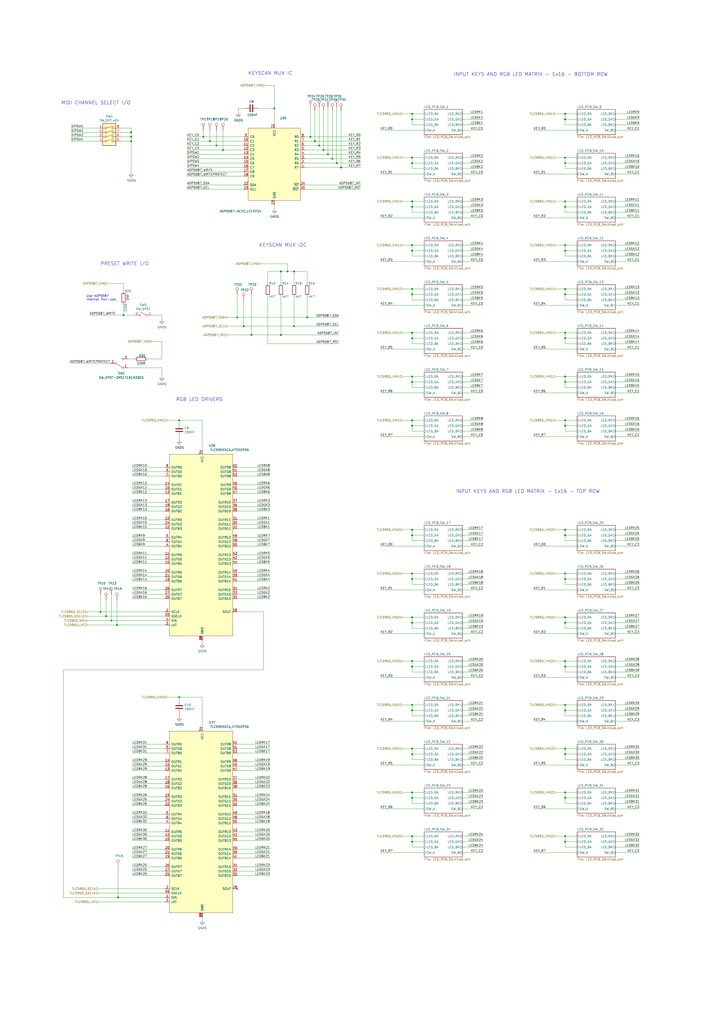
<source format=kicad_sch>
(kicad_sch (version 20211123) (generator eeschema)
  (paper "A2" portrait)
  (title_block (title "Input Keyscan and RGB LED Driver") (date "2021-06-05") (rev "A") (company "Designed by C Sutton"))
  (junction (at 239.395 193.04))
  (junction (at 328.295 488.315))
  (junction (at 239.395 170.815))
  (junction (at 239.395 196.215))
  (junction (at 328.295 170.815))
  (junction (at 61.595 357.505))
  (junction (at 239.395 66.04))
  (junction (at 328.295 196.215))
  (junction (at 239.395 358.14))
  (junction (at 76.2 79.375))
  (junction (at 170.815 189.23))
  (junction (at 239.395 243.84))
  (junction (at 239.395 142.24))
  (junction (at 67.945 362.585))
  (junction (at 239.395 412.115))
  (junction (at 195.58 94.615))
  (junction (at 328.295 94.615))
  (junction (at 328.295 247.015))
  (junction (at 239.395 434.34))
  (junction (at 137.795 184.15))
  (junction (at 239.395 91.44))
  (junction (at 159.385 62.865))
  (junction (at 239.395 488.315))
  (junction (at 190.5 89.535))
  (junction (at 239.395 120.015))
  (junction (at 328.295 167.64))
  (junction (at 239.395 247.015))
  (junction (at 239.395 69.215))
  (junction (at 71.755 182.88))
  (junction (at 328.295 383.54))
  (junction (at 328.295 459.74))
  (junction (at 239.395 167.64))
  (junction (at 328.295 221.615))
  (junction (at 239.395 361.315))
  (junction (at 163.195 157.48))
  (junction (at 129.54 86.995))
  (junction (at 167.005 157.48))
  (junction (at 328.295 243.84))
  (junction (at 239.395 94.615))
  (junction (at 125.73 84.455))
  (junction (at 239.395 332.74))
  (junction (at 121.92 81.915))
  (junction (at 118.11 79.375))
  (junction (at 328.295 116.84))
  (junction (at 76.2 76.835))
  (junction (at 239.395 408.94))
  (junction (at 328.295 408.94))
  (junction (at 76.2 81.915))
  (junction (at 180.34 79.375))
  (junction (at 239.395 386.715))
  (junction (at 328.295 485.14))
  (junction (at 239.395 485.14))
  (junction (at 146.05 194.31))
  (junction (at 185.42 84.455))
  (junction (at 328.295 332.74))
  (junction (at 182.88 81.915))
  (junction (at 328.295 218.44))
  (junction (at 239.395 459.74))
  (junction (at 141.605 189.23))
  (junction (at 328.295 142.24))
  (junction (at 328.295 310.515))
  (junction (at 328.295 434.34))
  (junction (at 239.395 221.615))
  (junction (at 239.395 335.915))
  (junction (at 163.195 194.31))
  (junction (at 239.395 383.54))
  (junction (at 239.395 307.34))
  (junction (at 178.435 184.15))
  (junction (at 239.395 437.515))
  (junction (at 328.295 69.215))
  (junction (at 58.42 354.965))
  (junction (at 239.395 145.415))
  (junction (at 239.395 116.84))
  (junction (at 104.14 404.495))
  (junction (at 328.295 386.715))
  (junction (at 328.295 66.04))
  (junction (at 68.58 520.7))
  (junction (at 104.14 243.84))
  (junction (at 239.395 218.44))
  (junction (at 239.395 462.915))
  (junction (at 198.12 97.155))
  (junction (at 193.04 92.075))
  (junction (at 170.815 157.48))
  (junction (at 328.295 462.915))
  (junction (at 64.77 360.045))
  (junction (at 239.395 310.515))
  (junction (at 328.295 361.315))
  (junction (at 328.295 145.415))
  (junction (at 328.295 437.515))
  (junction (at 328.295 91.44))
  (junction (at 328.295 120.015))
  (junction (at 328.295 307.34))
  (junction (at 328.295 358.14))
  (junction (at 328.295 193.04))
  (junction (at 328.295 412.115))
  (junction (at 328.295 335.915))
  (junction (at 187.96 86.995))
  (no_connect (at 137.795 515.62))
  (wire (pts (xy 137.795 314.325) (xy 156.845 314.325)))
  (wire (pts (xy 268.605 69.215) (xy 280.67 69.215)))
  (wire (pts (xy 268.605 253.365) (xy 280.67 253.365)))
  (wire (pts (xy 328.295 91.44) (xy 328.295 94.615)))
  (wire (pts (xy 239.395 91.44) (xy 233.68 91.44)))
  (wire (pts (xy 268.605 218.44) (xy 280.67 218.44)))
  (wire (pts (xy 335.28 488.315) (xy 328.295 488.315)))
  (wire (pts (xy 328.295 142.24) (xy 322.58 142.24)))
  (wire (pts (xy 239.395 488.315) (xy 239.395 491.49)))
  (wire (pts (xy 137.795 477.52) (xy 156.845 477.52)))
  (wire (pts (xy 121.92 81.915) (xy 108.585 81.915)))
  (wire (pts (xy 246.38 383.54) (xy 239.395 383.54)))
  (wire (pts (xy 76.835 271.145) (xy 95.885 271.145)))
  (wire (pts (xy 118.11 79.375) (xy 108.585 79.375)))
  (wire (pts (xy 76.835 472.44) (xy 95.885 472.44)))
  (wire (pts (xy 371.475 412.115) (xy 357.505 412.115)))
  (wire (pts (xy 239.395 145.415) (xy 239.395 148.59)))
  (wire (pts (xy 268.605 243.84) (xy 280.67 243.84)))
  (wire (pts (xy 132.08 184.15) (xy 137.795 184.15)))
  (wire (pts (xy 357.505 177.165) (xy 371.475 177.165)))
  (wire (pts (xy 328.295 66.04) (xy 322.58 66.04)))
  (wire (pts (xy 117.475 243.84) (xy 104.14 243.84)))
  (wire (pts (xy 335.28 358.14) (xy 328.295 358.14)))
  (wire (pts (xy 209.55 81.915) (xy 182.88 81.915)))
  (wire (pts (xy 246.38 91.44) (xy 239.395 91.44)))
  (wire (pts (xy 76.835 304.165) (xy 95.885 304.165)))
  (wire (pts (xy 170.815 172.085) (xy 170.815 189.23)))
  (wire (pts (xy 58.42 354.965) (xy 58.42 344.805)))
  (wire (pts (xy 328.295 462.915) (xy 328.295 466.09)))
  (wire (pts (xy 328.295 466.09) (xy 335.28 466.09)))
  (wire (pts (xy 57.15 523.24) (xy 95.885 523.24)))
  (wire (pts (xy 76.835 283.845) (xy 95.885 283.845)))
  (wire (pts (xy 246.38 332.74) (xy 239.395 332.74)))
  (wire (pts (xy 74.295 213.36) (xy 93.98 213.36)))
  (wire (pts (xy 71.755 182.88) (xy 78.105 182.88)))
  (wire (pts (xy 268.605 151.765) (xy 280.67 151.765)))
  (wire (pts (xy 104.14 406.4) (xy 104.14 404.495)))
  (wire (pts (xy 371.475 199.39) (xy 357.505 199.39)))
  (wire (pts (xy 68.58 520.7) (xy 95.885 520.7)))
  (wire (pts (xy 328.295 361.315) (xy 328.295 364.49)))
  (wire (pts (xy 371.475 466.09) (xy 357.505 466.09)))
  (wire (pts (xy 76.835 431.8) (xy 95.885 431.8)))
  (wire (pts (xy 177.165 79.375) (xy 180.34 79.375)))
  (wire (pts (xy 141.605 97.155) (xy 108.585 97.155)))
  (wire (pts (xy 239.395 218.44) (xy 239.395 221.615)))
  (wire (pts (xy 71.755 164.465) (xy 71.755 168.91)))
  (wire (pts (xy 268.605 339.09) (xy 280.67 339.09)))
  (wire (pts (xy 170.815 189.23) (xy 196.85 189.23)))
  (wire (pts (xy 357.505 227.965) (xy 371.475 227.965)))
  (wire (pts (xy 178.435 164.465) (xy 178.435 157.48)))
  (wire (pts (xy 371.475 383.54) (xy 357.505 383.54)))
  (wire (pts (xy 76.835 314.325) (xy 95.885 314.325)))
  (wire (pts (xy 141.605 84.455) (xy 125.73 84.455)))
  (wire (pts (xy 246.38 386.715) (xy 239.395 386.715)))
  (wire (pts (xy 239.395 408.94) (xy 233.68 408.94)))
  (wire (pts (xy 371.475 310.515) (xy 357.505 310.515)))
  (wire (pts (xy 328.295 170.815) (xy 328.295 173.99)))
  (wire (pts (xy 177.165 86.995) (xy 187.96 86.995)))
  (wire (pts (xy 76.835 321.945) (xy 95.885 321.945)))
  (wire (pts (xy 141.605 89.535) (xy 108.585 89.535)))
  (wire (pts (xy 268.605 393.065) (xy 280.67 393.065)))
  (wire (pts (xy 220.98 126.365) (xy 246.38 126.365)))
  (wire (pts (xy 137.795 487.68) (xy 156.845 487.68)))
  (wire (pts (xy 335.28 94.615) (xy 328.295 94.615)))
  (wire (pts (xy 117.475 260.985) (xy 117.475 243.84)))
  (wire (pts (xy 155.575 172.085) (xy 155.575 199.39)))
  (wire (pts (xy 170.815 164.465) (xy 170.815 157.48)))
  (wire (pts (xy 328.295 335.915) (xy 328.295 339.09)))
  (wire (pts (xy 268.605 173.99) (xy 280.67 173.99)))
  (wire (pts (xy 57.15 518.16) (xy 95.885 518.16)))
  (wire (pts (xy 371.475 361.315) (xy 357.505 361.315)))
  (wire (pts (xy 76.835 344.805) (xy 95.885 344.805)))
  (wire (pts (xy 239.395 167.64) (xy 239.395 170.815)))
  (wire (pts (xy 268.605 72.39) (xy 280.67 72.39)))
  (wire (pts (xy 309.88 494.665) (xy 335.28 494.665)))
  (wire (pts (xy 167.005 153.035) (xy 167.005 157.48)))
  (wire (pts (xy 371.475 120.015) (xy 357.505 120.015)))
  (wire (pts (xy 246.38 488.315) (xy 239.395 488.315)))
  (wire (pts (xy 268.605 418.465) (xy 280.67 418.465)))
  (wire (pts (xy 137.795 482.6) (xy 156.845 482.6)))
  (wire (pts (xy 93.98 198.12) (xy 93.98 208.28)))
  (wire (pts (xy 268.605 310.515) (xy 280.67 310.515)))
  (wire (pts (xy 239.395 358.14) (xy 239.395 361.315)))
  (wire (pts (xy 76.835 482.6) (xy 95.885 482.6)))
  (wire (pts (xy 137.795 467.36) (xy 156.845 467.36)))
  (wire (pts (xy 328.295 196.215) (xy 328.295 199.39)))
  (wire (pts (xy 335.28 459.74) (xy 328.295 459.74)))
  (wire (pts (xy 239.395 412.115) (xy 239.395 415.29)))
  (wire (pts (xy 328.295 307.34) (xy 328.295 310.515)))
  (wire (pts (xy 371.475 358.14) (xy 357.505 358.14)))
  (wire (pts (xy 137.795 452.12) (xy 156.845 452.12)))
  (wire (pts (xy 328.295 488.315) (xy 328.295 491.49)))
  (wire (pts (xy 328.295 193.04) (xy 322.58 193.04)))
  (wire (pts (xy 76.835 334.645) (xy 95.885 334.645)))
  (wire (pts (xy 371.475 313.69) (xy 357.505 313.69)))
  (wire (pts (xy 357.505 100.965) (xy 371.475 100.965)))
  (wire (pts (xy 141.605 189.23) (xy 170.815 189.23)))
  (wire (pts (xy 268.605 202.565) (xy 280.67 202.565)))
  (wire (pts (xy 76.2 81.915) (xy 76.2 100.33)))
  (wire (pts (xy 371.475 250.19) (xy 357.505 250.19)))
  (wire (pts (xy 40.64 210.82) (xy 64.135 210.82)))
  (wire (pts (xy 335.28 167.64) (xy 328.295 167.64)))
  (wire (pts (xy 239.395 485.14) (xy 233.68 485.14)))
  (wire (pts (xy 328.295 485.14) (xy 328.295 488.315)))
  (wire (pts (xy 153.035 388.62) (xy 153.035 354.965)))
  (wire (pts (xy 239.395 440.69) (xy 246.38 440.69)))
  (wire (pts (xy 138.43 62.865) (xy 138.43 65.405)))
  (wire (pts (xy 371.475 116.84) (xy 357.505 116.84)))
  (wire (pts (xy 328.295 485.14) (xy 322.58 485.14)))
  (wire (pts (xy 62.23 164.465) (xy 71.755 164.465)))
  (wire (pts (xy 209.55 92.075) (xy 193.04 92.075)))
  (wire (pts (xy 76.835 281.305) (xy 95.885 281.305)))
  (wire (pts (xy 117.475 404.495) (xy 104.14 404.495)))
  (wire (pts (xy 198.12 97.155) (xy 198.12 64.135)))
  (wire (pts (xy 328.295 412.115) (xy 328.295 415.29)))
  (wire (pts (xy 141.605 107.315) (xy 108.585 107.315)))
  (wire (pts (xy 268.605 342.265) (xy 280.67 342.265)))
  (wire (pts (xy 117.475 371.475) (xy 117.475 373.38)))
  (wire (pts (xy 246.38 434.34) (xy 239.395 434.34)))
  (wire (pts (xy 137.795 281.305) (xy 156.845 281.305)))
  (wire (pts (xy 371.475 415.29) (xy 357.505 415.29)))
  (wire (pts (xy 246.38 247.015) (xy 239.395 247.015)))
  (wire (pts (xy 239.395 408.94) (xy 239.395 412.115)))
  (wire (pts (xy 239.395 218.44) (xy 233.68 218.44)))
  (wire (pts (xy 268.605 440.69) (xy 280.67 440.69)))
  (wire (pts (xy 328.295 224.79) (xy 335.28 224.79)))
  (wire (pts (xy 76.835 485.14) (xy 95.885 485.14)))
  (wire (pts (xy 68.58 502.92) (xy 68.58 520.7)))
  (wire (pts (xy 268.605 443.865) (xy 280.67 443.865)))
  (wire (pts (xy 246.38 167.64) (xy 239.395 167.64)))
  (wire (pts (xy 95.885 354.965) (xy 58.42 354.965)))
  (wire (pts (xy 357.505 151.765) (xy 371.475 151.765)))
  (wire (pts (xy 141.605 99.695) (xy 108.585 99.695)))
  (wire (pts (xy 137.795 457.2) (xy 156.845 457.2)))
  (wire (pts (xy 239.395 123.19) (xy 246.38 123.19)))
  (wire (pts (xy 268.605 116.84) (xy 280.67 116.84)))
  (wire (pts (xy 268.605 307.34) (xy 280.67 307.34)))
  (wire (pts (xy 239.395 310.515) (xy 239.395 313.69)))
  (wire (pts (xy 239.395 142.24) (xy 233.68 142.24)))
  (wire (pts (xy 137.795 431.8) (xy 156.845 431.8)))
  (wire (pts (xy 177.165 109.855) (xy 209.55 109.855)))
  (wire (pts (xy 137.795 447.04) (xy 156.845 447.04)))
  (wire (pts (xy 141.605 92.075) (xy 108.585 92.075)))
  (wire (pts (xy 141.605 81.915) (xy 121.92 81.915)))
  (wire (pts (xy 335.28 335.915) (xy 328.295 335.915)))
  (wire (pts (xy 137.795 454.66) (xy 156.845 454.66)))
  (wire (pts (xy 76.835 495.3) (xy 95.885 495.3)))
  (wire (pts (xy 71.12 79.375) (xy 76.2 79.375)))
  (wire (pts (xy 137.795 311.785) (xy 156.845 311.785)))
  (wire (pts (xy 268.605 364.49) (xy 280.67 364.49)))
  (wire (pts (xy 76.835 467.36) (xy 95.885 467.36)))
  (wire (pts (xy 137.795 505.46) (xy 156.845 505.46)))
  (wire (pts (xy 137.795 273.685) (xy 156.845 273.685)))
  (wire (pts (xy 117.475 421.64) (xy 117.475 404.495)))
  (wire (pts (xy 309.88 177.165) (xy 335.28 177.165)))
  (wire (pts (xy 328.295 173.99) (xy 335.28 173.99)))
  (wire (pts (xy 239.395 386.715) (xy 239.395 389.89)))
  (wire (pts (xy 41.275 74.295) (xy 55.88 74.295)))
  (wire (pts (xy 239.395 332.74) (xy 233.68 332.74)))
  (wire (pts (xy 328.295 339.09) (xy 335.28 339.09)))
  (wire (pts (xy 64.77 360.045) (xy 64.77 344.805)))
  (wire (pts (xy 335.28 145.415) (xy 328.295 145.415)))
  (wire (pts (xy 268.605 170.815) (xy 280.67 170.815)))
  (wire (pts (xy 137.795 334.645) (xy 156.845 334.645)))
  (wire (pts (xy 129.54 86.995) (xy 129.54 75.565)))
  (wire (pts (xy 371.475 462.915) (xy 357.505 462.915)))
  (wire (pts (xy 371.475 389.89) (xy 357.505 389.89)))
  (wire (pts (xy 76.835 508) (xy 95.885 508)))
  (wire (pts (xy 357.505 418.465) (xy 371.475 418.465)))
  (wire (pts (xy 246.38 193.04) (xy 239.395 193.04)))
  (wire (pts (xy 371.475 69.215) (xy 357.505 69.215)))
  (wire (pts (xy 76.835 444.5) (xy 95.885 444.5)))
  (wire (pts (xy 153.67 49.53) (xy 159.385 49.53)))
  (wire (pts (xy 246.38 94.615) (xy 239.395 94.615)))
  (wire (pts (xy 177.165 92.075) (xy 193.04 92.075)))
  (wire (pts (xy 239.395 332.74) (xy 239.395 335.915)))
  (wire (pts (xy 268.605 434.34) (xy 280.67 434.34)))
  (wire (pts (xy 167.005 157.48) (xy 163.195 157.48)))
  (wire (pts (xy 61.595 357.505) (xy 61.595 347.98)))
  (wire (pts (xy 357.505 202.565) (xy 371.475 202.565)))
  (wire (pts (xy 76.2 74.295) (xy 71.12 74.295)))
  (wire (pts (xy 159.385 118.745) (xy 159.385 121.285)))
  (wire (pts (xy 209.55 89.535) (xy 190.5 89.535)))
  (wire (pts (xy 328.295 459.74) (xy 322.58 459.74)))
  (wire (pts (xy 239.395 170.815) (xy 239.395 173.99)))
  (wire (pts (xy 246.38 412.115) (xy 239.395 412.115)))
  (wire (pts (xy 239.395 247.015) (xy 239.395 250.19)))
  (wire (pts (xy 357.505 469.265) (xy 371.475 469.265)))
  (wire (pts (xy 309.88 202.565) (xy 335.28 202.565)))
  (wire (pts (xy 246.38 170.815) (xy 239.395 170.815)))
  (wire (pts (xy 246.38 66.04) (xy 239.395 66.04)))
  (wire (pts (xy 371.475 488.315) (xy 357.505 488.315)))
  (wire (pts (xy 246.38 221.615) (xy 239.395 221.615)))
  (wire (pts (xy 268.605 383.54) (xy 280.67 383.54)))
  (wire (pts (xy 268.605 126.365) (xy 280.67 126.365)))
  (wire (pts (xy 371.475 243.84) (xy 357.505 243.84)))
  (wire (pts (xy 132.08 189.23) (xy 141.605 189.23)))
  (wire (pts (xy 76.835 464.82) (xy 95.885 464.82)))
  (wire (pts (xy 180.34 79.375) (xy 180.34 62.23)))
  (wire (pts (xy 76.835 276.225) (xy 95.885 276.225)))
  (wire (pts (xy 76.835 462.28) (xy 95.885 462.28)))
  (wire (pts (xy 357.505 126.365) (xy 371.475 126.365)))
  (wire (pts (xy 268.605 361.315) (xy 280.67 361.315)))
  (wire (pts (xy 76.835 477.52) (xy 95.885 477.52)))
  (wire (pts (xy 137.795 492.76) (xy 156.845 492.76)))
  (wire (pts (xy 335.28 142.24) (xy 328.295 142.24)))
  (wire (pts (xy 239.395 193.04) (xy 239.395 196.215)))
  (wire (pts (xy 178.435 157.48) (xy 170.815 157.48)))
  (wire (pts (xy 309.88 393.065) (xy 335.28 393.065)))
  (wire (pts (xy 328.295 91.44) (xy 322.58 91.44)))
  (wire (pts (xy 137.795 276.225) (xy 156.845 276.225)))
  (wire (pts (xy 209.55 97.155) (xy 198.12 97.155)))
  (wire (pts (xy 309.88 151.765) (xy 335.28 151.765)))
  (wire (pts (xy 246.38 459.74) (xy 239.395 459.74)))
  (wire (pts (xy 76.835 301.625) (xy 95.885 301.625)))
  (wire (pts (xy 220.98 202.565) (xy 246.38 202.565)))
  (wire (pts (xy 76.2 79.375) (xy 76.2 76.835)))
  (wire (pts (xy 268.605 227.965) (xy 280.67 227.965)))
  (wire (pts (xy 328.295 199.39) (xy 335.28 199.39)))
  (wire (pts (xy 76.835 457.2) (xy 95.885 457.2)))
  (wire (pts (xy 93.98 213.36) (xy 93.98 218.44)))
  (wire (pts (xy 239.395 66.04) (xy 239.395 69.215)))
  (wire (pts (xy 239.395 243.84) (xy 239.395 247.015)))
  (wire (pts (xy 220.98 367.665) (xy 246.38 367.665)))
  (wire (pts (xy 328.295 250.19) (xy 335.28 250.19)))
  (wire (pts (xy 328.295 123.19) (xy 335.28 123.19)))
  (wire (pts (xy 177.165 81.915) (xy 182.88 81.915)))
  (wire (pts (xy 239.395 69.215) (xy 239.395 72.39)))
  (wire (pts (xy 328.295 332.74) (xy 328.295 335.915)))
  (wire (pts (xy 239.395 313.69) (xy 246.38 313.69)))
  (wire (pts (xy 220.98 227.965) (xy 246.38 227.965)))
  (wire (pts (xy 220.98 393.065) (xy 246.38 393.065)))
  (wire (pts (xy 268.605 177.165) (xy 280.67 177.165)))
  (wire (pts (xy 328.295 94.615) (xy 328.295 97.79)))
  (wire (pts (xy 371.475 491.49) (xy 357.505 491.49)))
  (wire (pts (xy 371.475 247.015) (xy 357.505 247.015)))
  (wire (pts (xy 335.28 66.04) (xy 328.295 66.04)))
  (wire (pts (xy 141.605 79.375) (xy 118.11 79.375)))
  (wire (pts (xy 41.275 76.835) (xy 55.88 76.835)))
  (wire (pts (xy 163.195 157.48) (xy 155.575 157.48)))
  (wire (pts (xy 239.395 335.915) (xy 239.395 339.09)))
  (wire (pts (xy 357.505 75.565) (xy 371.475 75.565)))
  (wire (pts (xy 137.795 184.15) (xy 178.435 184.15)))
  (wire (pts (xy 64.77 360.045) (xy 95.885 360.045)))
  (wire (pts (xy 328.295 491.49) (xy 335.28 491.49)))
  (wire (pts (xy 104.14 404.495) (xy 97.155 404.495)))
  (wire (pts (xy 239.395 97.79) (xy 246.38 97.79)))
  (wire (pts (xy 268.605 462.915) (xy 280.67 462.915)))
  (wire (pts (xy 137.795 301.625) (xy 156.845 301.625)))
  (wire (pts (xy 246.38 408.94) (xy 239.395 408.94)))
  (wire (pts (xy 335.28 310.515) (xy 328.295 310.515)))
  (wire (pts (xy 36.83 520.7) (xy 36.83 388.62)))
  (wire (pts (xy 76.2 81.915) (xy 76.2 79.375)))
  (wire (pts (xy 335.28 383.54) (xy 328.295 383.54)))
  (wire (pts (xy 137.795 184.15) (xy 137.795 170.815)))
  (wire (pts (xy 163.195 172.085) (xy 163.195 194.31)))
  (wire (pts (xy 357.505 342.265) (xy 371.475 342.265)))
  (wire (pts (xy 76.835 441.96) (xy 95.885 441.96)))
  (wire (pts (xy 239.395 383.54) (xy 239.395 386.715)))
  (wire (pts (xy 268.605 459.74) (xy 280.67 459.74)))
  (wire (pts (xy 335.28 361.315) (xy 328.295 361.315)))
  (wire (pts (xy 209.55 94.615) (xy 195.58 94.615)))
  (wire (pts (xy 268.605 491.49) (xy 280.67 491.49)))
  (wire (pts (xy 328.295 120.015) (xy 328.295 123.19)))
  (wire (pts (xy 268.605 332.74) (xy 280.67 332.74)))
  (wire (pts (xy 328.295 459.74) (xy 328.295 462.915)))
  (wire (pts (xy 328.295 408.94) (xy 328.295 412.115)))
  (wire (pts (xy 137.795 271.145) (xy 156.845 271.145)))
  (wire (pts (xy 41.275 79.375) (xy 55.88 79.375)))
  (wire (pts (xy 137.795 321.945) (xy 156.845 321.945)))
  (wire (pts (xy 50.8 354.965) (xy 58.42 354.965)))
  (wire (pts (xy 57.15 515.62) (xy 95.885 515.62)))
  (wire (pts (xy 371.475 148.59) (xy 357.505 148.59)))
  (wire (pts (xy 328.295 218.44) (xy 322.58 218.44)))
  (wire (pts (xy 371.475 170.815) (xy 357.505 170.815)))
  (wire (pts (xy 328.295 383.54) (xy 328.295 386.715)))
  (wire (pts (xy 177.165 84.455) (xy 185.42 84.455)))
  (wire (pts (xy 309.88 126.365) (xy 335.28 126.365)))
  (wire (pts (xy 76.835 294.005) (xy 95.885 294.005)))
  (wire (pts (xy 137.795 332.105) (xy 156.845 332.105)))
  (wire (pts (xy 328.295 364.49) (xy 335.28 364.49)))
  (wire (pts (xy 137.795 464.82) (xy 156.845 464.82)))
  (wire (pts (xy 371.475 332.74) (xy 357.505 332.74)))
  (wire (pts (xy 239.395 485.14) (xy 239.395 488.315)))
  (wire (pts (xy 328.295 437.515) (xy 328.295 440.69)))
  (wire (pts (xy 76.835 474.98) (xy 95.885 474.98)))
  (wire (pts (xy 246.38 310.515) (xy 239.395 310.515)))
  (wire (pts (xy 137.795 286.385) (xy 156.845 286.385)))
  (wire (pts (xy 309.88 367.665) (xy 335.28 367.665)))
  (wire (pts (xy 328.295 116.84) (xy 328.295 120.015)))
  (wire (pts (xy 328.295 167.64) (xy 328.295 170.815)))
  (wire (pts (xy 335.28 408.94) (xy 328.295 408.94)))
  (wire (pts (xy 335.28 462.915) (xy 328.295 462.915)))
  (wire (pts (xy 268.605 247.015) (xy 280.67 247.015)))
  (wire (pts (xy 328.295 358.14) (xy 328.295 361.315)))
  (wire (pts (xy 137.795 508) (xy 156.845 508)))
  (wire (pts (xy 137.795 495.3) (xy 156.845 495.3)))
  (wire (pts (xy 335.28 307.34) (xy 328.295 307.34)))
  (wire (pts (xy 104.14 243.84) (xy 97.155 243.84)))
  (wire (pts (xy 371.475 173.99) (xy 357.505 173.99)))
  (wire (pts (xy 220.98 253.365) (xy 246.38 253.365)))
  (wire (pts (xy 268.605 193.04) (xy 280.67 193.04)))
  (wire (pts (xy 76.835 332.105) (xy 95.885 332.105)))
  (wire (pts (xy 239.395 307.34) (xy 239.395 310.515)))
  (wire (pts (xy 239.395 364.49) (xy 246.38 364.49)))
  (wire (pts (xy 371.475 142.24) (xy 357.505 142.24)))
  (wire (pts (xy 328.295 389.89) (xy 335.28 389.89)))
  (wire (pts (xy 268.605 100.965) (xy 280.67 100.965)))
  (wire (pts (xy 335.28 170.815) (xy 328.295 170.815)))
  (wire (pts (xy 328.295 69.215) (xy 328.295 72.39)))
  (wire (pts (xy 268.605 221.615) (xy 280.67 221.615)))
  (wire (pts (xy 182.88 81.915) (xy 182.88 64.135)))
  (wire (pts (xy 239.395 415.29) (xy 246.38 415.29)))
  (wire (pts (xy 268.605 94.615) (xy 280.67 94.615)))
  (wire (pts (xy 137.795 434.34) (xy 156.845 434.34)))
  (wire (pts (xy 239.395 466.09) (xy 246.38 466.09)))
  (wire (pts (xy 328.295 358.14) (xy 322.58 358.14)))
  (wire (pts (xy 371.475 91.44) (xy 357.505 91.44)))
  (wire (pts (xy 137.795 347.345) (xy 156.845 347.345)))
  (wire (pts (xy 220.98 443.865) (xy 246.38 443.865)))
  (wire (pts (xy 239.395 462.915) (xy 239.395 466.09)))
  (wire (pts (xy 328.295 310.515) (xy 328.295 313.69)))
  (wire (pts (xy 246.38 358.14) (xy 239.395 358.14)))
  (wire (pts (xy 137.795 485.14) (xy 156.845 485.14)))
  (wire (pts (xy 239.395 221.615) (xy 239.395 224.79)))
  (wire (pts (xy 335.28 69.215) (xy 328.295 69.215)))
  (wire (pts (xy 141.605 109.855) (xy 108.585 109.855)))
  (wire (pts (xy 137.795 344.805) (xy 156.845 344.805)))
  (wire (pts (xy 239.395 94.615) (xy 239.395 97.79)))
  (wire (pts (xy 328.295 243.84) (xy 322.58 243.84)))
  (wire (pts (xy 78.105 208.28) (xy 74.295 208.28)))
  (wire (pts (xy 357.505 393.065) (xy 371.475 393.065)))
  (wire (pts (xy 371.475 97.79) (xy 357.505 97.79)))
  (wire (pts (xy 268.605 66.04) (xy 280.67 66.04)))
  (wire (pts (xy 268.605 488.315) (xy 280.67 488.315)))
  (wire (pts (xy 328.295 332.74) (xy 322.58 332.74)))
  (wire (pts (xy 193.04 92.075) (xy 193.04 64.135)))
  (wire (pts (xy 76.835 347.345) (xy 95.885 347.345)))
  (wire (pts (xy 121.92 81.915) (xy 121.92 75.565)))
  (wire (pts (xy 137.795 306.705) (xy 156.845 306.705)))
  (wire (pts (xy 371.475 437.515) (xy 357.505 437.515)))
  (wire (pts (xy 137.795 342.265) (xy 156.845 342.265)))
  (wire (pts (xy 268.605 367.665) (xy 280.67 367.665)))
  (wire (pts (xy 268.605 224.79) (xy 280.67 224.79)))
  (wire (pts (xy 268.605 142.24) (xy 280.67 142.24)))
  (wire (pts (xy 52.07 182.88) (xy 71.755 182.88)))
  (wire (pts (xy 88.265 198.12) (xy 93.98 198.12)))
  (wire (pts (xy 239.395 116.84) (xy 239.395 120.015)))
  (wire (pts (xy 371.475 66.04) (xy 357.505 66.04)))
  (wire (pts (xy 76.835 342.265) (xy 95.885 342.265)))
  (wire (pts (xy 371.475 434.34) (xy 357.505 434.34)))
  (wire (pts (xy 41.275 81.915) (xy 55.88 81.915)))
  (wire (pts (xy 137.795 462.28) (xy 156.845 462.28)))
  (wire (pts (xy 163.195 164.465) (xy 163.195 157.48)))
  (wire (pts (xy 76.835 436.88) (xy 95.885 436.88)))
  (wire (pts (xy 177.165 94.615) (xy 195.58 94.615)))
  (wire (pts (xy 220.98 316.865) (xy 246.38 316.865)))
  (wire (pts (xy 239.395 142.24) (xy 239.395 145.415)))
  (wire (pts (xy 71.755 176.53) (xy 71.755 182.88)))
  (wire (pts (xy 76.835 291.465) (xy 95.885 291.465)))
  (wire (pts (xy 371.475 218.44) (xy 357.505 218.44)))
  (wire (pts (xy 371.475 145.415) (xy 357.505 145.415)))
  (wire (pts (xy 239.395 91.44) (xy 239.395 94.615)))
  (wire (pts (xy 328.295 116.84) (xy 322.58 116.84)))
  (wire (pts (xy 309.88 227.965) (xy 335.28 227.965)))
  (wire (pts (xy 335.28 247.015) (xy 328.295 247.015)))
  (wire (pts (xy 239.395 243.84) (xy 233.68 243.84)))
  (wire (pts (xy 371.475 364.49) (xy 357.505 364.49)))
  (wire (pts (xy 239.395 459.74) (xy 239.395 462.915)))
  (wire (pts (xy 246.38 196.215) (xy 239.395 196.215)))
  (wire (pts (xy 246.38 437.515) (xy 239.395 437.515)))
  (wire (pts (xy 328.295 167.64) (xy 322.58 167.64)))
  (wire (pts (xy 104.14 245.745) (xy 104.14 243.84)))
  (wire (pts (xy 177.165 89.535) (xy 190.5 89.535)))
  (wire (pts (xy 328.295 145.415) (xy 328.295 148.59)))
  (wire (pts (xy 76.835 273.685) (xy 95.885 273.685)))
  (wire (pts (xy 129.54 86.995) (xy 108.585 86.995)))
  (wire (pts (xy 141.605 189.23) (xy 141.605 173.99)))
  (wire (pts (xy 137.795 316.865) (xy 156.845 316.865)))
  (wire (pts (xy 309.88 342.265) (xy 335.28 342.265)))
  (wire (pts (xy 239.395 224.79) (xy 246.38 224.79)))
  (wire (pts (xy 85.725 208.28) (xy 93.98 208.28)))
  (wire (pts (xy 268.605 196.215) (xy 280.67 196.215)))
  (wire (pts (xy 328.295 66.04) (xy 328.295 69.215)))
  (wire (pts (xy 335.28 91.44) (xy 328.295 91.44)))
  (wire (pts (xy 239.395 116.84) (xy 233.68 116.84)))
  (wire (pts (xy 132.08 194.31) (xy 146.05 194.31)))
  (wire (pts (xy 335.28 386.715) (xy 328.295 386.715)))
  (wire (pts (xy 246.38 462.915) (xy 239.395 462.915)))
  (wire (pts (xy 328.295 383.54) (xy 322.58 383.54)))
  (wire (pts (xy 220.98 469.265) (xy 246.38 469.265)))
  (wire (pts (xy 309.88 469.265) (xy 335.28 469.265)))
  (wire (pts (xy 268.605 120.015) (xy 280.67 120.015)))
  (wire (pts (xy 137.795 324.485) (xy 156.845 324.485)))
  (wire (pts (xy 268.605 358.14) (xy 280.67 358.14)))
  (wire (pts (xy 239.395 459.74) (xy 233.68 459.74)))
  (wire (pts (xy 268.605 485.14) (xy 280.67 485.14)))
  (wire (pts (xy 76.835 487.68) (xy 95.885 487.68)))
  (wire (pts (xy 76.835 337.185) (xy 95.885 337.185)))
  (wire (pts (xy 36.83 388.62) (xy 153.035 388.62)))
  (wire (pts (xy 137.795 444.5) (xy 156.845 444.5)))
  (wire (pts (xy 239.395 167.64) (xy 233.68 167.64)))
  (wire (pts (xy 335.28 412.115) (xy 328.295 412.115)))
  (wire (pts (xy 137.795 304.165) (xy 156.845 304.165)))
  (wire (pts (xy 76.835 452.12) (xy 95.885 452.12)))
  (wire (pts (xy 268.605 335.915) (xy 280.67 335.915)))
  (wire (pts (xy 239.395 307.34) (xy 233.68 307.34)))
  (wire (pts (xy 239.395 339.09) (xy 246.38 339.09)))
  (wire (pts (xy 137.795 472.44) (xy 156.845 472.44)))
  (wire (pts (xy 50.8 362.585) (xy 67.945 362.585)))
  (wire (pts (xy 328.295 415.29) (xy 335.28 415.29)))
  (wire (pts (xy 268.605 167.64) (xy 280.67 167.64)))
  (wire (pts (xy 309.88 418.465) (xy 335.28 418.465)))
  (wire (pts (xy 357.505 253.365) (xy 371.475 253.365)))
  (wire (pts (xy 104.14 414.02) (xy 104.14 415.925)))
  (wire (pts (xy 190.5 89.535) (xy 190.5 62.23)))
  (wire (pts (xy 371.475 485.14) (xy 357.505 485.14)))
  (wire (pts (xy 268.605 466.09) (xy 280.67 466.09)))
  (wire (pts (xy 328.295 440.69) (xy 335.28 440.69)))
  (wire (pts (xy 137.795 294.005) (xy 156.845 294.005)))
  (wire (pts (xy 268.605 408.94) (xy 280.67 408.94)))
  (wire (pts (xy 246.38 142.24) (xy 239.395 142.24)))
  (wire (pts (xy 268.605 145.415) (xy 280.67 145.415)))
  (wire (pts (xy 239.395 199.39) (xy 246.38 199.39)))
  (wire (pts (xy 328.295 434.34) (xy 322.58 434.34)))
  (wire (pts (xy 371.475 72.39) (xy 357.505 72.39)))
  (wire (pts (xy 76.835 505.46) (xy 95.885 505.46)))
  (wire (pts (xy 187.96 86.995) (xy 187.96 64.135)))
  (wire (pts (xy 335.28 437.515) (xy 328.295 437.515)))
  (wire (pts (xy 137.795 497.84) (xy 156.845 497.84)))
  (wire (pts (xy 371.475 193.04) (xy 357.505 193.04)))
  (wire (pts (xy 76.835 497.84) (xy 95.885 497.84)))
  (wire (pts (xy 76.835 492.76) (xy 95.885 492.76)))
  (wire (pts (xy 104.14 253.365) (xy 104.14 255.27)))
  (wire (pts (xy 146.05 194.31) (xy 163.195 194.31)))
  (wire (pts (xy 328.295 142.24) (xy 328.295 145.415)))
  (wire (pts (xy 328.295 243.84) (xy 328.295 247.015)))
  (wire (pts (xy 71.12 81.915) (xy 76.2 81.915)))
  (wire (pts (xy 268.605 469.265) (xy 280.67 469.265)))
  (wire (pts (xy 185.42 84.455) (xy 185.42 62.23)))
  (wire (pts (xy 328.295 72.39) (xy 335.28 72.39)))
  (wire (pts (xy 141.605 94.615) (xy 108.585 94.615)))
  (wire (pts (xy 335.28 243.84) (xy 328.295 243.84)))
  (wire (pts (xy 153.035 354.965) (xy 137.795 354.965)))
  (wire (pts (xy 268.605 389.89) (xy 280.67 389.89)))
  (wire (pts (xy 163.195 194.31) (xy 196.85 194.31)))
  (wire (pts (xy 76.835 454.66) (xy 95.885 454.66)))
  (wire (pts (xy 177.165 107.315) (xy 209.55 107.315)))
  (wire (pts (xy 371.475 307.34) (xy 357.505 307.34)))
  (wire (pts (xy 76.835 434.34) (xy 95.885 434.34)))
  (wire (pts (xy 239.395 383.54) (xy 233.68 383.54)))
  (wire (pts (xy 371.475 339.09) (xy 357.505 339.09)))
  (wire (pts (xy 137.795 474.98) (xy 156.845 474.98)))
  (wire (pts (xy 146.05 194.31) (xy 146.05 170.815)))
  (wire (pts (xy 209.55 79.375) (xy 180.34 79.375)))
  (wire (pts (xy 239.395 66.04) (xy 233.68 66.04)))
  (wire (pts (xy 328.295 386.715) (xy 328.295 389.89)))
  (wire (pts (xy 239.395 434.34) (xy 233.68 434.34)))
  (wire (pts (xy 137.795 283.845) (xy 156.845 283.845)))
  (wire (pts (xy 88.265 182.88) (xy 93.98 182.88)))
  (wire (pts (xy 137.795 337.185) (xy 156.845 337.185)))
  (wire (pts (xy 371.475 123.19) (xy 357.505 123.19)))
  (wire (pts (xy 371.475 167.64) (xy 357.505 167.64)))
  (wire (pts (xy 246.38 335.915) (xy 239.395 335.915)))
  (wire (pts (xy 371.475 386.715) (xy 357.505 386.715)))
  (wire (pts (xy 268.605 316.865) (xy 280.67 316.865)))
  (wire (pts (xy 268.605 97.79) (xy 280.67 97.79)))
  (wire (pts (xy 239.395 250.19) (xy 246.38 250.19)))
  (wire (pts (xy 328.295 434.34) (xy 328.295 437.515)))
  (wire (pts (xy 178.435 172.085) (xy 178.435 184.15)))
  (wire (pts (xy 268.605 386.715) (xy 280.67 386.715)))
  (wire (pts (xy 246.38 69.215) (xy 239.395 69.215)))
  (wire (pts (xy 357.505 316.865) (xy 371.475 316.865)))
  (wire (pts (xy 328.295 313.69) (xy 335.28 313.69)))
  (wire (pts (xy 239.395 491.49) (xy 246.38 491.49)))
  (wire (pts (xy 328.295 218.44) (xy 328.295 221.615)))
  (wire (pts (xy 220.98 494.665) (xy 246.38 494.665)))
  (wire (pts (xy 371.475 224.79) (xy 357.505 224.79)))
  (wire (pts (xy 357.505 443.865) (xy 371.475 443.865)))
  (wire (pts (xy 239.395 361.315) (xy 239.395 364.49)))
  (wire (pts (xy 328.295 408.94) (xy 322.58 408.94)))
  (wire (pts (xy 155.575 199.39) (xy 196.85 199.39)))
  (wire (pts (xy 357.505 367.665) (xy 371.475 367.665)))
  (wire (pts (xy 328.295 307.34) (xy 322.58 307.34)))
  (wire (pts (xy 335.28 120.015) (xy 328.295 120.015)))
  (wire (pts (xy 137.795 327.025) (xy 156.845 327.025)))
  (wire (pts (xy 246.38 307.34) (xy 239.395 307.34)))
  (wire (pts (xy 76.835 311.785) (xy 95.885 311.785)))
  (wire (pts (xy 335.28 116.84) (xy 328.295 116.84)))
  (wire (pts (xy 209.55 86.995) (xy 187.96 86.995)))
  (wire (pts (xy 246.38 243.84) (xy 239.395 243.84)))
  (wire (pts (xy 93.98 182.88) (xy 93.98 185.42)))
  (wire (pts (xy 149.86 62.865) (xy 159.385 62.865)))
  (wire (pts (xy 246.38 361.315) (xy 239.395 361.315)))
  (wire (pts (xy 268.605 494.665) (xy 280.67 494.665)))
  (wire (pts (xy 309.88 253.365) (xy 335.28 253.365)))
  (wire (pts (xy 220.98 75.565) (xy 246.38 75.565)))
  (wire (pts (xy 209.55 84.455) (xy 185.42 84.455)))
  (wire (pts (xy 371.475 196.215) (xy 357.505 196.215)))
  (wire (pts (xy 50.8 360.045) (xy 64.77 360.045)))
  (wire (pts (xy 167.005 157.48) (xy 170.815 157.48)))
  (wire (pts (xy 239.395 389.89) (xy 246.38 389.89)))
  (wire (pts (xy 50.8 357.505) (xy 61.595 357.505)))
  (wire (pts (xy 220.98 418.465) (xy 246.38 418.465)))
  (wire (pts (xy 141.605 86.995) (xy 129.54 86.995)))
  (wire (pts (xy 239.395 434.34) (xy 239.395 437.515)))
  (wire (pts (xy 137.795 502.92) (xy 156.845 502.92)))
  (wire (pts (xy 159.385 62.865) (xy 159.385 71.755)))
  (wire (pts (xy 239.395 120.015) (xy 239.395 123.19)))
  (wire (pts (xy 137.795 296.545) (xy 156.845 296.545)))
  (wire (pts (xy 239.395 358.14) (xy 233.68 358.14)))
  (wire (pts (xy 159.385 49.53) (xy 159.385 62.865)))
  (wire (pts (xy 138.43 62.865) (xy 142.24 62.865)))
  (wire (pts (xy 177.165 97.155) (xy 198.12 97.155)))
  (wire (pts (xy 137.795 436.88) (xy 156.845 436.88)))
  (wire (pts (xy 335.28 218.44) (xy 328.295 218.44)))
  (wire (pts (xy 76.835 447.04) (xy 95.885 447.04)))
  (wire (pts (xy 371.475 440.69) (xy 357.505 440.69)))
  (wire (pts (xy 268.605 412.115) (xy 280.67 412.115)))
  (wire (pts (xy 76.835 324.485) (xy 95.885 324.485)))
  (wire (pts (xy 67.945 362.585) (xy 95.885 362.585)))
  (wire (pts (xy 137.795 291.465) (xy 156.845 291.465)))
  (wire (pts (xy 76.835 327.025) (xy 95.885 327.025)))
  (wire (pts (xy 239.395 196.215) (xy 239.395 199.39)))
  (wire (pts (xy 371.475 94.615) (xy 357.505 94.615)))
  (wire (pts (xy 125.73 84.455) (xy 108.585 84.455)))
  (wire (pts (xy 268.605 313.69) (xy 280.67 313.69)))
  (wire (pts (xy 239.395 148.59) (xy 246.38 148.59)))
  (wire (pts (xy 117.475 532.13) (xy 117.475 534.035)))
  (wire (pts (xy 67.945 362.585) (xy 67.945 347.98)))
  (wire (pts (xy 268.605 415.29) (xy 280.67 415.29)))
  (wire (pts (xy 220.98 177.165) (xy 246.38 177.165)))
  (wire (pts (xy 309.88 75.565) (xy 335.28 75.565)))
  (wire (pts (xy 220.98 151.765) (xy 246.38 151.765)))
  (wire (pts (xy 76.835 502.92) (xy 95.885 502.92)))
  (wire (pts (xy 246.38 218.44) (xy 239.395 218.44)))
  (wire (pts (xy 268.605 123.19) (xy 280.67 123.19)))
  (wire (pts (xy 371.475 335.915) (xy 357.505 335.915)))
  (wire (pts (xy 71.12 76.835) (xy 76.2 76.835)))
  (wire (pts (xy 335.28 196.215) (xy 328.295 196.215)))
  (wire (pts (xy 76.835 316.865) (xy 95.885 316.865)))
  (wire (pts (xy 371.475 408.94) (xy 357.505 408.94)))
  (wire (pts (xy 137.795 441.96) (xy 156.845 441.96)))
  (wire (pts (xy 151.13 153.035) (xy 167.005 153.035)))
  (wire (pts (xy 239.395 193.04) (xy 233.68 193.04)))
  (wire (pts (xy 357.505 494.665) (xy 371.475 494.665)))
  (wire (pts (xy 268.605 250.19) (xy 280.67 250.19)))
  (wire (pts (xy 335.28 434.34) (xy 328.295 434.34)))
  (wire (pts (xy 309.88 443.865) (xy 335.28 443.865)))
  (wire (pts (xy 268.605 437.515) (xy 280.67 437.515)))
  (wire (pts (xy 268.605 148.59) (xy 280.67 148.59)))
  (wire (pts (xy 335.28 332.74) (xy 328.295 332.74)))
  (wire (pts (xy 246.38 485.14) (xy 239.395 485.14)))
  (wire (pts (xy 371.475 459.74) (xy 357.505 459.74)))
  (wire (pts (xy 335.28 485.14) (xy 328.295 485.14)))
  (wire (pts (xy 61.595 357.505) (xy 95.885 357.505)))
  (wire (pts (xy 195.58 94.615) (xy 195.58 62.23)))
  (wire (pts (xy 309.88 316.865) (xy 335.28 316.865)))
  (wire (pts (xy 328.295 221.615) (xy 328.295 224.79)))
  (wire (pts (xy 178.435 184.15) (xy 196.85 184.15)))
  (wire (pts (xy 155.575 157.48) (xy 155.575 164.465)))
  (wire (pts (xy 328.295 148.59) (xy 335.28 148.59)))
  (wire (pts (xy 335.28 193.04) (xy 328.295 193.04)))
  (wire (pts (xy 76.2 76.835) (xy 76.2 74.295)))
  (wire (pts (xy 246.38 116.84) (xy 239.395 116.84)))
  (wire (pts (xy 246.38 145.415) (xy 239.395 145.415)))
  (wire (pts (xy 118.11 79.375) (xy 118.11 75.565)))
  (wire (pts (xy 220.98 100.965) (xy 246.38 100.965)))
  (wire (pts (xy 268.605 75.565) (xy 280.67 75.565)))
  (wire (pts (xy 141.605 102.235) (xy 108.585 102.235)))
  (wire (pts (xy 371.475 221.615) (xy 357.505 221.615)))
  (wire (pts (xy 76.835 296.545) (xy 95.885 296.545)))
  (wire (pts (xy 76.835 286.385) (xy 95.885 286.385)))
  (wire (pts (xy 328.295 247.015) (xy 328.295 250.19)))
  (wire (pts (xy 268.605 199.39) (xy 280.67 199.39)))
  (wire (pts (xy 246.38 120.015) (xy 239.395 120.015)))
  (wire (pts (xy 335.28 221.615) (xy 328.295 221.615)))
  (wire (pts (xy 309.88 100.965) (xy 335.28 100.965)))
  (wire (pts (xy 239.395 72.39) (xy 246.38 72.39)))
  (wire (pts (xy 76.835 306.705) (xy 95.885 306.705)))
  (wire (pts (xy 328.295 97.79) (xy 335.28 97.79)))
  (wire (pts (xy 239.395 437.515) (xy 239.395 440.69)))
  (wire (pts (xy 220.98 342.265) (xy 246.38 342.265)))
  (wire (pts (xy 125.73 84.455) (xy 125.73 75.565)))
  (wire (pts (xy 328.295 193.04) (xy 328.295 196.215)))
  (wire (pts (xy 268.605 91.44) (xy 280.67 91.44)))
  (wire (pts (xy 239.395 173.99) (xy 246.38 173.99)))
  (wire (pts (xy 36.83 520.7) (xy 68.58 520.7)))
  (text "INPUT KEYS AND RGB LED MATRIX - 1x16 - BOTTOM ROW" (at 263.525 44.45 0) (effects (font (size 2.0066 2.0066)) (justify left bottom)))
  (text "DNF" (at 74.93 174.625 90) (effects (font (size 1.27 1.27)) (justify left bottom)))
  (text "PRESET WRITE I/O" (at 58.42 154.305 0) (effects (font (size 2.0066 2.0066)) (justify left bottom)))
  (text "MIDI CHANNEL SELECT I/O" (at 35.56 60.96 0) (effects (font (size 2.0066 2.0066)) (justify left bottom)))
  (text "RGB LED DRIVERS" (at 102.235 233.045 0) (effects (font (size 2.0066 2.0066)) (justify left bottom)))
  (text "KEYSCAN MUX I2C" (at 150.495 143.51 0) (effects (font (size 2.0066 2.0066)) (justify left bottom)))
  (text "INPUT KEYS AND RGB LED MATRIX - 1x16 - TOP ROW" (at 264.795 286.385 0) (effects (font (size 2.0066 2.0066)) (justify left bottom)))
  (text "Use ADP5587 \nInternal Pull-Ups" (at 50.165 174.625 0) (effects (font (size 1.27 1.27)) (justify left bottom)))
  (text "KEYSCAN MUX IC" (at 144.145 43.815 0) (effects (font (size 2.0066 2.0066)) (justify left bottom)))
  (label "LEDBK6" (at 156.845 286.385 180))
  (label "LEDBK7" (at 280.67 224.79 180))
  (label "LEDGK17" (at 280.67 310.515 180))
  (label "DIPSW2" (at 41.275 76.835 0))
  (label "LEDBK3" (at 280.67 123.19 180))
  (label "LEDRK28" (at 371.475 383.54 180))
  (label "LEDGK3" (at 280.67 120.015 180))
  (label "LEDBK14" (at 371.475 199.39 180))
  (label "KEY_C0" (at 280.67 202.565 180))
  (label "LEDRK31" (at 371.475 459.74 180))
  (label "LEDGK22" (at 156.845 454.66 180))
  (label "LEDGK9" (at 76.835 314.325 0))
  (label "KEY_C1" (at 371.475 202.565 180))
  (label "KEY_C1" (at 371.475 75.565 180))
  (label "LEDGK14" (at 76.835 334.645 0))
  (label "KEY_C2" (at 280.67 316.865 180))
  (label "KEY_R3" (at 220.98 393.065 0))
  (label "KEY_C2" (at 280.67 469.265 180))
  (label "LEDGK4" (at 156.845 334.645 180))
  (label "LEDGK6" (at 156.845 283.845 180))
  (label "ADP5587_WRITEPROTECT" (at 108.585 102.235 0))
  (label "LEDGK17" (at 156.845 434.34 180))
  (label "KEY_R6" (at 309.88 469.265 0))
  (label "LEDGK10" (at 76.835 273.685 0))
  (label "LEDBK16" (at 371.475 250.19 180))
  (label "LEDRK17" (at 280.67 307.34 180))
  (label "KEY_C1" (at 371.475 177.165 180))
  (label "ADP5587_RST" (at 196.85 199.39 180))
  (label "LEDRK23" (at 280.67 459.74 180))
  (label "LEDRK1" (at 280.67 66.04 180))
  (label "LEDRK29" (at 371.475 408.94 180))
  (label "LEDBK32" (at 76.835 477.52 0))
  (label "LEDGK21" (at 156.845 495.3 180))
  (label "LEDRK14" (at 76.835 332.105 0))
  (label "ADP5587_SCL" (at 108.585 109.855 0))
  (label "LEDGK24" (at 156.845 464.82 180))
  (label "LEDGK13" (at 76.835 294.005 0))
  (label "LEDBK19" (at 280.67 364.49 180))
  (label "LEDGK32" (at 371.475 488.315 180))
  (label "KEY_R2" (at 309.88 367.665 0))
  (label "DIPSW1" (at 108.585 89.535 0))
  (label "LEDBK23" (at 280.67 466.09 180))
  (label "DIPSW4" (at 41.275 81.915 0))
  (label "LEDRK20" (at 280.67 383.54 180))
  (label "LEDRK18" (at 280.67 332.74 180))
  (label "KEY_C2" (at 280.67 367.665 180))
  (label "ADP5587_RST" (at 209.55 109.855 180))
  (label "KEY_R0" (at 220.98 75.565 0))
  (label "LEDBK25" (at 371.475 313.69 180))
  (label "LEDBK28" (at 371.475 389.89 180))
  (label "LEDRK5" (at 280.67 167.64 180))
  (label "DIPSW1" (at 41.275 74.295 0))
  (label "KEY_R4" (at 309.88 418.465 0))
  (label "LEDBK31" (at 76.835 436.88 0))
  (label "LEDGK3" (at 156.845 294.005 180))
  (label "LEDRK9" (at 76.835 311.785 0))
  (label "LEDRK6" (at 156.845 281.305 180))
  (label "LEDRK13" (at 76.835 291.465 0))
  (label "LEDRK1" (at 156.845 301.625 180))
  (label "LEDBK29" (at 76.835 447.04 0))
  (label "LEDGK29" (at 371.475 412.115 180))
  (label "LEDBK6" (at 280.67 199.39 180))
  (label "LEDGK18" (at 280.67 335.915 180))
  (label "DIPSW3" (at 41.275 79.375 0))
  (label "KEY_R6" (at 220.98 227.965 0))
  (label "KEY_R3" (at 220.98 151.765 0))
  (label "KEY_R0" (at 309.88 316.865 0))
  (label "KEY_C0" (at 280.67 75.565 180))
  (label "LEDBK4" (at 156.845 337.185 180))
  (label "KEY_R3" (at 309.88 393.065 0))
  (label "LEDGK15" (at 76.835 304.165 0))
  (label "LEDRK32" (at 371.475 485.14 180))
  (label "LEDRK25" (at 76.835 502.92 0))
  (label "LEDGK6" (at 280.67 196.215 180))
  (label "LEDRK23" (at 156.845 502.92 180))
  (label "KEY_R0" (at 220.98 316.865 0))
  (label "KEY_R5" (at 209.55 92.075 180))
  (label "LEDGK20" (at 156.845 485.14 180))
  (label "LEDRK16" (at 371.475 243.84 180))
  (label "LEDRK30" (at 76.835 482.6 0))
  (label "LEDRK27" (at 371.475 358.14 180))
  (label "KEY_C2" (at 280.67 418.465 180))
  (label "KEY_R1" (at 220.98 342.265 0))
  (label "KEY_C1" (at 371.475 100.965 180))
  (label "LEDBK8" (at 280.67 250.19 180))
  (label "LEDGK24" (at 280.67 488.315 180))
  (label "KEY_C1" (at 371.475 253.365 180))
  (label "LEDRK26" (at 76.835 462.28 0))
  (label "LEDGK19" (at 156.845 444.5 180))
  (label "LEDRK15" (at 76.835 301.625 0))
  (label "LEDRK24" (at 156.845 462.28 180))
  (label "KEY_C3" (at 108.585 86.995 0))
  (label "KEY_R4" (at 220.98 177.165 0))
  (label "KEY_R7" (at 220.98 494.665 0))
  (label "KEY_C3" (at 371.475 494.665 180))
  (label "LEDBK29" (at 371.475 415.29 180))
  (label "KEY_R2" (at 309.88 126.365 0))
  (label "LEDRK20" (at 156.845 482.6 180))
  (label "LEDBK10" (at 371.475 97.79 180))
  (label "LEDBK22" (at 156.845 457.2 180))
  (label "KEY_C0" (at 280.67 100.965 180))
  (label "KEY_C1" (at 108.585 81.915 0))
  (label "KEY_R2" (at 209.55 84.455 180))
  (label "LEDGK10" (at 371.475 94.615 180))
  (label "KEY_R3" (at 209.55 86.995 180))
  (label "LEDRK7" (at 280.67 218.44 180))
  (label "KEY_C2" (at 108.585 84.455 0))
  (label "KEY_R7" (at 309.88 494.665 0))
  (label "LEDBK2" (at 280.67 97.79 180))
  (label "ADP5587_SDA" (at 196.85 184.15 180))
  (label "LEDRK11" (at 371.475 116.84 180))
  (label "KEY_C0" (at 280.67 151.765 180))
  (label "LEDGK2" (at 156.845 344.805 180))
  (label "LEDGK11" (at 371.475 120.015 180))
  (label "LEDGK20" (at 280.67 386.715 180))
  (label "KEY_C0" (at 280.67 126.365 180))
  (label "DIPSW4" (at 108.585 97.155 0))
  (label "LEDBK21" (at 280.67 415.29 180))
  (label "LEDGK7" (at 156.845 314.325 180))
  (label "LEDBK32" (at 371.475 491.49 180))
  (label "KEY_C3" (at 371.475 342.265 180))
  (label "DIPSW2" (at 108.585 92.075 0))
  (label "LEDBK11" (at 76.835 327.025 0))
  (label "LEDRK3" (at 280.67 116.84 180))
  (label "KEY_C2" (at 280.67 393.065 180))
  (label "LEDRK8" (at 280.67 243.84 180))
  (label "KEY_R5" (at 309.88 202.565 0))
  (label "KEY_R6" (at 220.98 469.265 0))
  (label "LEDGK22" (at 280.67 437.515 180))
  (label "LEDRK4" (at 156.845 332.105 180))
  (label "LEDBK5" (at 156.845 327.025 180))
  (label "KEY_C2" (at 280.67 342.265 180))
  (label "LEDGK1" (at 156.845 304.165 180))
  (label "KEY_R1" (at 220.98 100.965 0))
  (label "LEDGK15" (at 371.475 221.615 180))
  (label "LEDGK5" (at 156.845 324.485 180))
  (label "LEDRK3" (at 156.845 291.465 180))
  (label "LEDBK5" (at 280.67 173.99 180))
  (label "LEDBK20" (at 156.845 487.68 180))
  (label "LEDGK11" (at 76.835 324.485 0))
  (label "LEDRK6" (at 280.67 193.04 180))
  (label "LEDGK13" (at 371.475 170.815 180))
  (label "LEDRK10" (at 371.475 91.44 180))
  (label "KEY_R2" (at 220.98 367.665 0))
  (label "LEDBK1" (at 280.67 72.39 180))
  (label "LEDBK10" (at 76.835 276.225 0))
  (label "LEDRK26" (at 371.475 332.74 180))
  (label "LEDBK9" (at 76.835 316.865 0))
  (label "LEDBK15" (at 76.835 306.705 0))
  (label "LEDGK23" (at 156.845 505.46 180))
  (label "KEY_R4" (at 209.55 89.535 180))
  (label "LEDRK29" (at 76.835 441.96 0))
  (label "LEDRK14" (at 371.475 193.04 180))
  (label "LEDGK4" (at 280.67 145.415 180))
  (label "ADP5587_SDA" (at 108.585 107.315 0))
  (label "LEDBK27" (at 371.475 364.49 180))
  (label "LEDBK18" (at 156.845 477.52 180))
  (label "LEDGK31" (at 76.835 434.34 0))
  (label "LEDBK24" (at 280.67 491.49 180))
  (label "LEDRK18" (at 156.845 472.44 180))
  (label "KEY_C3" (at 371.475 367.665 180))
  (label "LEDRK5" (at 156.845 321.945 180))
  (label "LEDGK16" (at 76.835 344.805 0))
  (label "KEY_C1" (at 371.475 151.765 180))
  (label "LEDBK30" (at 371.475 440.69 180))
  (label "LEDBK23" (at 156.845 508 180))
  (label "LEDGK23" (at 280.67 462.915 180))
  (label "LEDBK12" (at 371.475 148.59 180))
  (label "LEDBK28" (at 76.835 457.2 0))
  (label "LEDRK7" (at 156.845 311.785 180))
  (label "LEDRK22" (at 156.845 452.12 180))
  (label "LEDGK18" (at 156.845 474.98 180))
  (label "KEY_C3" (at 371.475 393.065 180))
  (label "LEDBK3" (at 156.845 296.545 180))
  (label "LEDGK27" (at 371.475 361.315 180))
  (label "LEDRK10" (at 76.835 271.145 0))
  (label "KEY_R4" (at 220.98 418.465 0))
  (label "LEDBK27" (at 76.835 497.84 0))
  (label "LEDGK12" (at 76.835 283.845 0))
  (label "KEY_C0" (at 280.67 177.165 180))
  (label "LEDBK25" (at 76.835 508 0))
  (label "LEDGK19" (at 280.67 361.315 180))
  (label "LEDGK31" (at 371.475 462.915 180))
  (label "ADP5587_INT" (at 209.55 107.315 180))
  (label "KEY_R1" (at 309.88 342.265 0))
  (label "KEY_C3" (at 371.475 469.265 180))
  (label "LEDBK17" (at 156.845 436.88 180))
  (label "LEDGK7" (at 280.67 221.615 180))
  (label "KEY_C0" (at 280.67 227.965 180))
  (label "KEY_C3" (at 371.475 418.465 180))
  (label "LEDBK11" (at 371.475 123.19 180))
  (label "LEDRK21" (at 280.67 408.94 180))
  (label "LEDRK13" (at 371.475 167.64 180))
  (label "LEDRK27" (at 76.835 492.76 0))
  (label "LEDBK17" (at 280.67 313.69 180))
  (label "LEDRK16" (at 76.835 342.265 0))
  (label "KEY_R1" (at 309.88 100.965 0))
  (label "LEDGK28" (at 371.475 386.715 180))
  (label "LEDRK11" (at 76.835 321.945 0))
  (label "LEDBK26" (at 76.835 467.36 0))
  (label "LEDRK22" (at 280.67 434.34 180))
  (label "LEDBK30" (at 76.835 487.68 0))
  (label "LEDGK26" (at 371.475 335.915 180))
  (label "LEDBK8" (at 156.845 276.225 180))
  (label "LEDRK2" (at 280.67 91.44 180))
  (label "KEY_R1" (at 209.55 81.915 180))
  (label "KEY_C0" (at 108.585 79.375 0))
  (label "LEDGK5" (at 280.67 170.815 180))
  (label "LEDGK8" (at 280.67 247.015 180))
  (label "KEY_R7" (at 309.88 253.365 0))
  (label "LEDBK16" (at 76.835 347.345 0))
  (label "LEDGK30" (at 76.835 485.14 0))
  (label "LEDBK9" (at 371.475 72.39 180))
  (label "LEDBK20" (at 280.67 389.89 180))
  (label "LEDRK24" (at 280.67 485.14 180))
  (label "LEDRK21" (at 156.845 492.76 180))
  (label "KEY_R0" (at 209.55 79.375 180))
  (label "LEDBK26" (at 371.475 339.09 180))
  (label "KEY_C1" (at 371.475 227.965 180))
  (label "LEDGK30" (at 371.475 437.515 180))
  (label "KEY_C0" (at 280.67 253.365 180))
  (label "ADP5587_SCL" (at 196.85 189.23 180))
  (label "LEDGK21" (at 280.67 412.115 180))
  (label "LEDGK12" (at 371.475 145.415 180))
  (label "DIPSW3" (at 108.585 94.615 0))
  (label "LEDBK15" (at 371.475 224.79 180))
  (label "ADP5587_WRITE" (at 52.07 182.88 0))
  (label "KEY_C3" (at 371.475 443.865 180))
  (label "LEDRK19" (at 156.845 441.96 180))
  (label "LEDRK30" (at 371.475 434.34 180))
  (label "LEDRK8" (at 156.845 271.145 180))
  (label "KEY_C2" (at 280.67 443.865 180))
  (label "LEDBK18" (at 280.67 339.09 180))
  (label "LEDGK28" (at 76.835 454.66 0))
  (label "LEDRK32" (at 76.835 472.44 0))
  (label "LEDGK9" (at 371.475 69.215 180))
  (label "LEDBK12" (at 76.835 286.385 0))
  (label "LEDBK1" (at 156.845 306.705 180))
  (label "LEDGK29" (at 76.835 444.5 0))
  (label "LEDRK12" (at 371.475 142.24 180))
  (label "LEDGK26" (at 76.835 464.82 0))
  (label "LEDRK31" (at 76.835 431.8 0))
  (label "LEDBK19" (at 156.845 447.04 180))
  (label "LEDGK32" (at 76.835 474.98 0))
  (label "LEDBK14" (at 76.835 337.185 0))
  (label "LEDBK7" (at 156.845 316.865 180))
  (label "LEDGK25" (at 371.475 310.515 180))
  (label "ADP5587_WRITE" (at 108.585 99.695 0))
  (label "LEDBK13" (at 76.835 296.545 0))
  (label "LEDRK25" (at 371.475 307.34 180))
  (label "LEDGK27" (at 76.835 495.3 0))
  (label "LEDRK9" (at 371.475 66.04 180))
  (label "LEDBK31" (at 371.475 466.09 180))
  (label "LEDGK16" (at 371.475 247.015 180))
  (label "LEDGK25" (at 76.835 505.46 0))
  (label "LEDRK12" (at 76.835 281.305 0))
  (label "KEY_R7" (at 209.55 97.155 180))
  (label "LEDRK15" (at 371.475 218.44 180))
  (label "KEY_C3" (at 371.475 316.865 180))
  (label "KEY_C2" (at 280.67 494.665 180))
  (label "KEY_R0" (at 309.88 75.565 0))
  (label "KEY_R5" (at 220.98 443.865 0))
  (label "LEDBK13" (at 371.475 173.99 180))
  (label "LEDGK14" (at 371.475 196.215 180))
  (label "LEDBK24" (at 156.845 467.36 180))
  (label "KEY_C1" (at 371.475 126.365 180))
  (label "LEDRK17" (at 156.845 431.8 180))
  (label "KEY_R7" (at 220.98 253.365 0))
  (label "LEDBK22" (at 280.67 440.69 180))
  (label "KEY_R6" (at 309.88 227.965 0))
  (label "LEDBK4" (at 280.67 148.59 180))
  (label "ADP5587_WRITEPROTECT" (at 40.64 210.82 0))
  (label "KEY_R5" (at 220.98 202.565 0))
  (label "LEDRK4" (at 280.67 142.24 180))
  (label "KEY_R4" (at 309.88 177.165 0))
  (label "ADP5587_INT" (at 196.85 194.31 180))
  (label "LEDBK21" (at 156.845 497.84 180))
  (label "LEDRK28" (at 76.835 452.12 0))
  (label "LEDRK19" (at 280.67 358.14 180))
  (label "KEY_R6" (at 209.55 94.615 180))
  (label "LEDRK2" (at 156.845 342.265 180))
  (label "KEY_R5" (at 309.88 443.865 0))
  (label "LEDGK1" (at 280.67 69.215 180))
  (label "LEDBK2" (at 156.845 347.345 180))
  (label "KEY_R3" (at 309.88 151.765 0))
  (label "LEDGK2" (at 280.67 94.615 180))
  (label "KEY_R2" (at 220.98 126.365 0))
  (label "LEDGK8" (at 156.845 273.685 180))
  (hierarchical_label "TLC5955_VIN2" (shape input) (at 322.58 434.34 180))
  (hierarchical_label "ADP5587_VIN" (shape input) (at 153.67 49.53 180))
  (hierarchical_label "TLC5955_VIN2" (shape input) (at 233.68 307.34 180))
  (hierarchical_label "TLC5955_LAT" (shape input) (at 57.15 523.24 180))
  (hierarchical_label "TLC5955_VIN2" (shape input) (at 233.68 485.14 180))
  (hierarchical_label "TLC5955_VIN1" (shape input) (at 322.58 91.44 180))
  (hierarchical_label "TLC5955_VIN1" (shape input) (at 233.68 193.04 180))
  (hierarchical_label "TLC5955_VIN1" (shape input) (at 322.58 142.24 180))
  (hierarchical_label "ADP5587_SCL" (shape input) (at 132.08 189.23 180))
  (hierarchical_label "TLC5955_VIN2" (shape input) (at 322.58 485.14 180))
  (hierarchical_label "TLC5955_VIN2" (shape input) (at 233.68 383.54 180))
  (hierarchical_label "TLC5955_VIN1" (shape input) (at 97.155 243.84 180))
  (hierarchical_label "TLC5955_GSCLK" (shape input) (at 50.8 357.505 180))
  (hierarchical_label "TLC5955_VIN1" (shape input) (at 322.58 167.64 180))
  (hierarchical_label "TLC5955_VIN1" (shape input) (at 322.58 66.04 180))
  (hierarchical_label "TLC5955_SCLK" (shape input) (at 50.8 354.965 180))
  (hierarchical_label "TLC5955_VIN1" (shape input) (at 233.68 218.44 180))
  (hierarchical_label "TLC5955_VIN2" (shape input) (at 322.58 408.94 180))
  (hierarchical_label "TLC5955_VIN2" (shape input) (at 233.68 459.74 180))
  (hierarchical_label "TLC5955_SCLK" (shape input) (at 57.15 515.62 180))
  (hierarchical_label "ADP5587_VIN" (shape input) (at 88.265 198.12 180))
  (hierarchical_label "ADP5587_VIN" (shape input) (at 62.23 164.465 180))
  (hierarchical_label "TLC5955_VIN2" (shape input) (at 322.58 383.54 180))
  (hierarchical_label "TLC5955_VIN2" (shape input) (at 233.68 408.94 180))
  (hierarchical_label "TLC5955_VIN1" (shape input) (at 322.58 243.84 180))
  (hierarchical_label "ADP5587_VIN" (shape input) (at 151.13 153.035 180))
  (hierarchical_label "TLC5955_VIN2" (shape input) (at 97.155 404.495 180))
  (hierarchical_label "TLC5955_GSCLK" (shape input) (at 57.15 518.16 180))
  (hierarchical_label "TLC5955_VIN1" (shape input) (at 233.68 243.84 180))
  (hierarchical_label "TLC5955_VIN2" (shape input) (at 322.58 307.34 180))
  (hierarchical_label "TLC5955_VIN2" (shape input) (at 233.68 434.34 180))
  (hierarchical_label "TLC5955_VIN1" (shape input) (at 233.68 142.24 180))
  (hierarchical_label "TLC5955_VIN1" (shape input) (at 322.58 116.84 180))
  (hierarchical_label "TLC5955_VIN2" (shape input) (at 233.68 358.14 180))
  (hierarchical_label "TLC5955_VIN2" (shape input) (at 322.58 332.74 180))
  (hierarchical_label "TLC5955_VIN1" (shape input) (at 233.68 66.04 180))
  (hierarchical_label "TLC5955_VIN1" (shape input) (at 322.58 193.04 180))
  (hierarchical_label "TLC5955_VIN1" (shape input) (at 322.58 218.44 180))
  (hierarchical_label "TLC5955_VIN2" (shape input) (at 233.68 332.74 180))
  (hierarchical_label "ADP5587_SDA" (shape bidirectional) (at 132.08 184.15 180))
  (hierarchical_label "ADP5587_INT" (shape input) (at 132.08 194.31 180))
  (hierarchical_label "TLC5955_VIN1" (shape input) (at 233.68 167.64 180))
  (hierarchical_label "TLC5955_VIN1" (shape input) (at 233.68 91.44 180))
  (hierarchical_label "TLC5955_LAT" (shape input) (at 50.8 362.585 180))
  (hierarchical_label "TLC5955_VIN2" (shape input) (at 322.58 459.74 180))
  (hierarchical_label "TLC5955_VIN2" (shape input) (at 322.58 358.14 180))
  (hierarchical_label "TLC5955_SIN" (shape bidirectional) (at 50.8 360.045 180))
  (hierarchical_label "TLC5955_VIN1" (shape input) (at 233.68 116.84 180))
  (symbol (lib_id "ADP5587:ADP5587-ACPZ_LFCSP24") (at 159.385 95.885 0) (unit 1)
    (property "Reference" "U35" (at 164.465 68.58 0))
    (property "Value" "ADP5587-ACPZ_LFCSP24" (at 139.7 122.555 0))
    (property "Footprint" "Package_CSP:LFCSP-24-1EP_4x4mm_P0.5mm_EP2.3x2.3mm_ThermalVias" (effects hide))
    (property "Datasheet" "https://www.analog.com/media/en/technical-documentation/data-sheets/ADP5587.pdf" (effects hide))
  )
  (symbol (lib_id "TLC5955:TLC5955DCA_HTSSOP56") (at 117.475 304.165 0) (unit 1)
    (property "Reference" "U36" (at 123.19 258.445 0))
    (property "Value" "TLC5955DCA_HTSSOP56" (at 133.35 260.985 0))
    (property "Footprint" "Package_SO:HTSSOP-56-1EP_6.1x14mm_P0.5mm_EP3.61x6.35mm" (effects hide))
    (property "Datasheet" "https://www.ti.com/lit/ds/symlink/tlc5955.pdf" (effects hide))
  )
  (symbol (lib_id "power:GNDS") (at 159.385 121.285 0) (unit 1)
    (property "Reference" "#PWR07" (effects hide))
    (property "Value" "GNDS" (at 159.512 125.6792 0))
  )
  (symbol (lib_id "power:GNDS") (at 117.475 373.38 0) (unit 1)
    (property "Reference" "#PWR08" (effects hide))
    (property "Value" "GNDS" (at 117.602 377.7742 0))
  )
  (symbol (lib_id "Device:C") (at 146.05 62.865 270) (unit 1)
    (property "Reference" "C8" (at 144.78 59.055 90) (effects (justify left)))
    (property "Value" "100nF" (at 143.51 66.675 90) (effects (justify left)))
    (property "Footprint" "Capacitor_SMD:C_0805_2012Metric_Pad1.18x1.45mm_HandSolder" (effects hide))
  )
  (symbol (lib_id "power:GNDS") (at 138.43 65.405 0) (unit 1)
    (property "Reference" "#PWR02" (effects hide))
    (property "Value" "GNDS" (at 138.557 69.7992 0))
  )
  (symbol (lib_id "Device:C") (at 104.14 249.555 0) (unit 1)
    (property "Reference" "C9" (at 107.061 248.3866 0) (effects (justify left)))
    (property "Value" "100nF" (at 107.061 250.698 0) (effects (justify left)))
    (property "Footprint" "Capacitor_SMD:C_0805_2012Metric_Pad1.18x1.45mm_HandSolder" (effects hide))
  )
  (symbol (lib_id "power:GNDS") (at 104.14 255.27 0) (unit 1)
    (property "Reference" "#PWR04" (effects hide))
    (property "Value" "GNDS" (at 104.267 259.6642 0))
  )
  (symbol (lib_id "Device:R") (at 163.195 168.275 0) (unit 1)
    (property "Reference" "R14" (at 163.83 164.465 0) (effects (justify left)))
    (property "Value" "4K7" (at 163.83 172.085 0) (effects (justify left)))
    (property "Footprint" "Resistor_SMD:R_0805_2012Metric_Pad1.20x1.40mm_HandSolder" (effects hide))
  )
  (symbol (lib_id "Device:R") (at 155.575 168.275 180) (unit 1)
    (property "Reference" "R10" (at 156.21 164.465 0) (effects (justify right)))
    (property "Value" "4K7" (at 156.21 172.085 0) (effects (justify right)))
    (property "Footprint" "Resistor_SMD:R_0805_2012Metric_Pad1.20x1.40mm_HandSolder" (effects hide))
  )
  (symbol (lib_id "Connector:TestPoint") (at 137.795 170.815 0) (unit 1)
    (property "Reference" "TP21" (at 135.89 165.1 0) (effects (justify left)))
    (property "Value" "TestPoint" (effects hide))
    (property "Footprint" "TestPoint:TestPoint_Pad_D1.0mm" (effects hide))
  )
  (symbol (lib_id "Connector:TestPoint") (at 141.605 173.99 0) (unit 1)
    (property "Reference" "TP22" (at 139.7 168.275 0) (effects (justify left)))
    (property "Value" "TestPoint" (effects hide))
    (property "Footprint" "TestPoint:TestPoint_Pad_D1.0mm" (effects hide))
  )
  (symbol (lib_id "Connector:TestPoint") (at 146.05 170.815 0) (unit 1)
    (property "Reference" "TP23" (at 144.145 165.1 0) (effects (justify left)))
    (property "Value" "TestPoint" (effects hide))
    (property "Footprint" "TestPoint:TestPoint_Pad_D1.0mm" (effects hide))
  )
  (symbol (lib_id "Connector:TestPoint") (at 61.595 347.98 0) (unit 1)
    (property "Reference" "TP11" (at 59.69 341.63 0) (effects (justify left)))
    (property "Value" "TestPoint" (effects hide))
    (property "Footprint" "TestPoint:TestPoint_Pad_D1.0mm" (effects hide))
  )
  (symbol (lib_id "Connector:TestPoint") (at 64.77 344.805 0) (unit 1)
    (property "Reference" "TP13" (at 62.865 338.455 0) (effects (justify left)))
    (property "Value" "TestPoint" (effects hide))
    (property "Footprint" "TestPoint:TestPoint_Pad_D1.0mm" (effects hide))
  )
  (symbol (lib_id "Connector:TestPoint") (at 67.945 347.98 0) (unit 1)
    (property "Reference" "TP15" (at 66.04 341.63 0) (effects (justify left)))
    (property "Value" "TestPoint" (effects hide))
    (property "Footprint" "TestPoint:TestPoint_Pad_D1.0mm" (effects hide))
  )
  (symbol (lib_id "Connector:TestPoint") (at 58.42 344.805 0) (unit 1)
    (property "Reference" "TP10" (at 56.515 338.455 0) (effects (justify left)))
    (property "Value" "TestPoint" (effects hide))
    (property "Footprint" "TestPoint:TestPoint_Pad_D1.0mm" (effects hide))
  )
  (symbol (lib_id "Device:R") (at 178.435 168.275 0) (unit 1)
    (property "Reference" "R19" (at 179.07 164.465 0) (effects (justify left)))
    (property "Value" "4K7" (at 179.07 172.085 0) (effects (justify left)))
    (property "Footprint" "Resistor_SMD:R_0805_2012Metric_Pad1.20x1.40mm_HandSolder" (effects hide))
  )
  (symbol (lib_id "Device:R") (at 170.815 168.275 180) (unit 1)
    (property "Reference" "R18" (at 171.45 164.465 0) (effects (justify right)))
    (property "Value" "4K7" (at 171.45 172.085 0) (effects (justify right)))
    (property "Footprint" "Resistor_SMD:R_0805_2012Metric_Pad1.20x1.40mm_HandSolder" (effects hide))
  )
  (symbol (lib_id "Connector:TestPoint") (at 68.58 502.92 0) (unit 1)
    (property "Reference" "TP16" (at 66.675 496.57 0) (effects (justify left)))
    (property "Value" "TestPoint" (effects hide))
    (property "Footprint" "TestPoint:TestPoint_Pad_D1.0mm" (effects hide))
  )
  (symbol (lib_id "TLC5955:TLC5955DCA_HTSSOP56") (at 117.475 464.82 0) (unit 1)
    (property "Reference" "U37" (at 123.19 419.1 0))
    (property "Value" "TLC5955DCA_HTSSOP56" (at 133.35 421.64 0))
    (property "Footprint" "Package_SO:HTSSOP-56-1EP_6.1x14mm_P0.5mm_EP3.61x6.35mm" (effects hide))
    (property "Datasheet" "https://www.ti.com/lit/ds/symlink/tlc5955.pdf" (effects hide))
  )
  (symbol (lib_id "power:GNDS") (at 117.475 534.035 0) (unit 1)
    (property "Reference" "#PWR09" (effects hide))
    (property "Value" "GNDS" (at 117.602 538.4292 0))
  )
  (symbol (lib_id "Device:C") (at 104.14 410.21 0) (unit 1)
    (property "Reference" "C10" (at 107.061 409.0416 0) (effects (justify left)))
    (property "Value" "100nF" (at 107.061 411.353 0) (effects (justify left)))
    (property "Footprint" "Capacitor_SMD:C_0805_2012Metric_Pad1.18x1.45mm_HandSolder" (effects hide))
  )
  (symbol (lib_id "power:GNDS") (at 104.14 415.925 0) (unit 1)
    (property "Reference" "#PWR05" (effects hide))
    (property "Value" "GNDS" (at 104.267 420.3192 0))
  )
  (symbol (lib_id "Connector:TestPoint") (at 118.11 75.565 0) (unit 1)
    (property "Reference" "TP17" (at 116.205 69.215 0) (effects (justify left)))
    (property "Value" "TestPoint" (effects hide))
    (property "Footprint" "TestPoint:TestPoint_Pad_D1.0mm" (effects hide))
  )
  (symbol (lib_id "Connector:TestPoint") (at 121.92 75.565 0) (unit 1)
    (property "Reference" "TP18" (at 120.015 69.215 0) (effects (justify left)))
    (property "Value" "TestPoint" (effects hide))
    (property "Footprint" "TestPoint:TestPoint_Pad_D1.0mm" (effects hide))
  )
  (symbol (lib_id "Connector:TestPoint") (at 125.73 75.565 0) (unit 1)
    (property "Reference" "TP19" (at 123.825 69.215 0) (effects (justify left)))
    (property "Value" "TestPoint" (effects hide))
    (property "Footprint" "TestPoint:TestPoint_Pad_D1.0mm" (effects hide))
  )
  (symbol (lib_id "Connector:TestPoint") (at 129.54 75.565 0) (unit 1)
    (property "Reference" "TP20" (at 127.635 69.215 0) (effects (justify left)))
    (property "Value" "TestPoint" (effects hide))
    (property "Footprint" "TestPoint:TestPoint_Pad_D1.0mm" (effects hide))
  )
  (symbol (lib_id "Connector:TestPoint") (at 180.34 62.23 0) (unit 1)
    (property "Reference" "TP24" (at 178.435 55.88 0) (effects (justify left)))
    (property "Value" "TestPoint" (effects hide))
    (property "Footprint" "TestPoint:TestPoint_Pad_D1.0mm" (effects hide))
  )
  (symbol (lib_id "Connector:TestPoint") (at 182.88 64.135 0) (unit 1)
    (property "Reference" "TP25" (at 180.975 57.785 0) (effects (justify left)))
    (property "Value" "TestPoint" (effects hide))
    (property "Footprint" "TestPoint:TestPoint_Pad_D1.0mm" (effects hide))
  )
  (symbol (lib_id "Connector:TestPoint") (at 185.42 62.23 0) (unit 1)
    (property "Reference" "TP26" (at 183.515 55.88 0) (effects (justify left)))
    (property "Value" "TestPoint" (effects hide))
    (property "Footprint" "TestPoint:TestPoint_Pad_D1.0mm" (effects hide))
  )
  (symbol (lib_id "Connector:TestPoint") (at 187.96 64.135 0) (unit 1)
    (property "Reference" "TP27" (at 186.055 57.785 0) (effects (justify left)))
    (property "Value" "TestPoint" (effects hide))
    (property "Footprint" "TestPoint:TestPoint_Pad_D1.0mm" (effects hide))
  )
  (symbol (lib_id "Connector:TestPoint") (at 190.5 62.23 0) (unit 1)
    (property "Reference" "TP28" (at 188.595 55.88 0) (effects (justify left)))
    (property "Value" "TestPoint" (effects hide))
    (property "Footprint" "TestPoint:TestPoint_Pad_D1.0mm" (effects hide))
  )
  (symbol (lib_id "Connector:TestPoint") (at 193.04 64.135 0) (unit 1)
    (property "Reference" "TP29" (at 191.135 57.785 0) (effects (justify left)))
    (property "Value" "TestPoint" (effects hide))
    (property "Footprint" "TestPoint:TestPoint_Pad_D1.0mm" (effects hide))
  )
  (symbol (lib_id "Connector:TestPoint") (at 195.58 62.23 0) (unit 1)
    (property "Reference" "TP30" (at 193.675 55.88 0) (effects (justify left)))
    (property "Value" "TestPoint" (effects hide))
    (property "Footprint" "TestPoint:TestPoint_Pad_D1.0mm" (effects hide))
  )
  (symbol (lib_id "Connector:TestPoint") (at 198.12 64.135 0) (unit 1)
    (property "Reference" "TP31" (at 196.215 57.785 0) (effects (justify left)))
    (property "Value" "TestPoint" (effects hide))
    (property "Footprint" "TestPoint:TestPoint_Pad_D1.0mm" (effects hide))
  )
  (symbol (lib_id "Switch:SW_SPST") (at 83.185 182.88 0) (mirror y) (unit 1)
    (property "Reference" "SW5" (at 83.185 176.911 0))
    (property "Value" "SW_SPST" (at 83.185 179.2224 0))
    (property "Footprint" "Button_Switch_THT:SW_PUSH-12mm" (effects hide))
  )
  (symbol (lib_id "power:GNDS") (at 93.98 185.42 0) (unit 1)
    (property "Reference" "#PWR0110" (effects hide))
    (property "Value" "GNDS" (at 94.107 189.8142 0))
  )
  (symbol (lib_id "Device:R") (at 71.755 172.72 180) (unit 1)
    (property "Reference" "R20" (at 72.39 168.91 0) (effects (justify right)))
    (property "Value" "220R" (at 73.025 180.975 90) (effects (justify right)))
    (property "Footprint" "Resistor_SMD:R_0805_2012Metric_Pad1.20x1.40mm_HandSolder" (effects hide))
  )
  (symbol (lib_id "Device:R") (at 81.915 208.28 90) (unit 1)
    (property "Reference" "R30" (at 80.645 206.375 90) (effects (justify right)))
    (property "Value" "220R" (at 79.375 210.82 90) (effects (justify right)))
    (property "Footprint" "Resistor_SMD:R_0805_2012Metric_Pad1.20x1.40mm_HandSolder" (effects hide))
  )
  (symbol (lib_id "Switch:SW_SPDT") (at 69.215 210.82 0) (mirror x) (unit 1)
    (property "Reference" "SW2" (at 70.485 216.535 0))
    (property "Value" "SW_SPDT-2MS1T1B1M2QES" (at 70.485 219.075 0))
    (property "Footprint" "DailywellSwitches:Dailywell_SPDT" (effects hide))
  )
  (symbol (lib_id "power:GNDS") (at 93.98 218.44 0) (unit 1)
    (property "Reference" "#PWR0111" (effects hide))
    (property "Value" "GNDS" (at 94.107 222.8342 0))
  )
  (symbol (lib_id "Switch:SW_DIP_x04") (at 63.5 79.375 0) (unit 1)
    (property "Reference" "SW4" (at 63.5 67.5132 0))
    (property "Value" "SW_DIP_x04" (at 63.5 69.8246 0))
    (property "Footprint" "Button_Switch_THT:SW_DIP_SPSTx04_Slide_9.78x12.34mm_W7.62mm_P2.54mm" (effects hide))
  )
  (symbol (lib_id "power:GNDS") (at 76.2 100.33 0) (unit 1)
    (property "Reference" "#PWR0112" (effects hide))
    (property "Value" "GNDS" (at 76.327 104.7242 0))
  )
  (sheet (at 246.38 88.9) (size 22.225 14.605)
    (property "Sheet name" "LED_PCB_SW_2" (at 246.38 88.1884 0) (effects (justify left bottom)))
    (property "Sheet file" "LED_PCB_SW.kicad_sch" (at 246.38 104.0896 0) (effects (justify left top)))
    (pin "LED_RA" input (at 246.38 91.44 180))
    (pin "SW_A" input (at 246.38 100.965 180))
    (pin "LED_GA" input (at 246.38 94.615 180))
    (pin "LED_BA" input (at 246.38 97.79 180))
    (pin "SW_B" output (at 268.605 100.965 0))
    (pin "LED_BK" output (at 268.605 97.79 0))
    (pin "LED_GK" output (at 268.605 94.615 0))
    (pin "LED_RK" output (at 268.605 91.44 0))
  )
  (sheet (at 246.38 114.3) (size 22.225 14.605)
    (property "Sheet name" "LED_PCB_SW_3" (at 246.38 113.5884 0) (effects (justify left bottom)))
    (property "Sheet file" "LED_PCB_SW.kicad_sch" (at 246.38 129.4896 0) (effects (justify left top)))
    (pin "LED_RA" input (at 246.38 116.84 180))
    (pin "SW_A" input (at 246.38 126.365 180))
    (pin "LED_GA" input (at 246.38 120.015 180))
    (pin "LED_BA" input (at 246.38 123.19 180))
    (pin "LED_RK" output (at 268.605 116.84 0))
    (pin "LED_GK" output (at 268.605 120.015 0))
    (pin "LED_BK" output (at 268.605 123.19 0))
    (pin "SW_B" output (at 268.605 126.365 0))
  )
  (sheet (at 246.38 165.1) (size 22.225 14.605)
    (property "Sheet name" "LED_PCB_SW_5" (at 246.38 164.3884 0) (effects (justify left bottom)))
    (property "Sheet file" "LED_PCB_SW.kicad_sch" (at 246.38 180.2896 0) (effects (justify left top)))
    (pin "LED_RK" input (at 268.605 167.64 0))
    (pin "LED_RA" input (at 246.38 167.64 180))
    (pin "SW_A" input (at 246.38 177.165 180))
    (pin "SW_B" input (at 268.605 177.165 0))
    (pin "LED_GK" input (at 268.605 170.815 0))
    (pin "LED_BK" input (at 268.605 173.99 0))
    (pin "LED_GA" input (at 246.38 170.815 180))
    (pin "LED_BA" input (at 246.38 173.99 180))
  )
  (sheet (at 246.38 190.5) (size 22.225 14.605)
    (property "Sheet name" "LED_PCB_SW_6" (at 246.38 189.7884 0) (effects (justify left bottom)))
    (property "Sheet file" "LED_PCB_SW.kicad_sch" (at 246.38 205.6896 0) (effects (justify left top)))
    (pin "LED_RA" input (at 246.38 193.04 180))
    (pin "SW_A" input (at 246.38 202.565 180))
    (pin "LED_GA" input (at 246.38 196.215 180))
    (pin "LED_BA" input (at 246.38 199.39 180))
    (pin "LED_RK" output (at 268.605 193.04 0))
    (pin "LED_GK" output (at 268.605 196.215 0))
    (pin "LED_BK" output (at 268.605 199.39 0))
    (pin "SW_B" output (at 268.605 202.565 0))
  )
  (sheet (at 246.38 215.9) (size 22.225 14.605)
    (property "Sheet name" "LED_PCB_SW_7" (at 246.38 215.1884 0) (effects (justify left bottom)))
    (property "Sheet file" "LED_PCB_SW.kicad_sch" (at 246.38 231.0896 0) (effects (justify left top)))
    (pin "LED_RA" input (at 246.38 218.44 180))
    (pin "SW_A" input (at 246.38 227.965 180))
    (pin "LED_GA" input (at 246.38 221.615 180))
    (pin "LED_BA" input (at 246.38 224.79 180))
    (pin "LED_RK" output (at 268.605 218.44 0))
    (pin "LED_GK" output (at 268.605 221.615 0))
    (pin "LED_BK" output (at 268.605 224.79 0))
    (pin "SW_B" output (at 268.605 227.965 0))
  )
  (sheet (at 246.38 241.3) (size 22.225 14.605)
    (property "Sheet name" "LED_PCB_SW_8" (at 246.38 240.5884 0) (effects (justify left bottom)))
    (property "Sheet file" "LED_PCB_SW.kicad_sch" (at 246.38 256.4896 0) (effects (justify left top)))
    (pin "LED_RA" input (at 246.38 243.84 180))
    (pin "SW_A" input (at 246.38 253.365 180))
    (pin "LED_GA" input (at 246.38 247.015 180))
    (pin "LED_BA" input (at 246.38 250.19 180))
    (pin "LED_RK" output (at 268.605 243.84 0))
    (pin "LED_GK" output (at 268.605 247.015 0))
    (pin "LED_BK" output (at 268.605 250.19 0))
    (pin "SW_B" output (at 268.605 253.365 0))
  )
  (sheet (at 246.38 139.7) (size 22.225 14.605)
    (property "Sheet name" "LED_PCB_SW_4" (at 246.38 138.9884 0) (effects (justify left bottom)))
    (property "Sheet file" "LED_PCB_SW.kicad_sch" (at 246.38 154.8896 0) (effects (justify left top)))
    (pin "LED_RA" input (at 246.38 142.24 180))
    (pin "SW_A" input (at 246.38 151.765 180))
    (pin "LED_GA" input (at 246.38 145.415 180))
    (pin "LED_BA" input (at 246.38 148.59 180))
    (pin "LED_RK" output (at 268.605 142.24 0))
    (pin "LED_GK" output (at 268.605 145.415 0))
    (pin "LED_BK" output (at 268.605 148.59 0))
    (pin "SW_B" output (at 268.605 151.765 0))
  )
  (sheet (at 246.38 63.5) (size 22.225 14.605)
    (property "Sheet name" "LED_PCB_SW_1" (at 246.38 62.7884 0) (effects (justify left bottom)))
    (property "Sheet file" "LED_PCB_SW.kicad_sch" (at 246.38 78.6896 0) (effects (justify left top)))
    (pin "LED_RA" input (at 246.38 66.04 180))
    (pin "LED_GA" input (at 246.38 69.215 180))
    (pin "LED_RK" output (at 268.605 66.04 0))
    (pin "LED_GK" output (at 268.605 69.215 0))
    (pin "LED_BK" output (at 268.605 72.39 0))
    (pin "LED_BA" input (at 246.38 72.39 180))
    (pin "SW_B" output (at 268.605 75.565 0))
    (pin "SW_A" input (at 246.38 75.565 180))
  )
  (sheet (at 335.28 63.5) (size 22.225 14.605)
    (property "Sheet name" "LED_PCB_SW_9" (at 335.28 62.7884 0) (effects (justify left bottom)))
    (property "Sheet file" "LED_PCB_SW.kicad_sch" (at 335.28 78.6896 0) (effects (justify left top)))
    (pin "LED_RA" input (at 335.28 66.04 180))
    (pin "LED_GA" input (at 335.28 69.215 180))
    (pin "LED_RK" output (at 357.505 66.04 0))
    (pin "LED_GK" output (at 357.505 69.215 0))
    (pin "LED_BK" output (at 357.505 72.39 0))
    (pin "LED_BA" input (at 335.28 72.39 180))
    (pin "SW_B" output (at 357.505 75.565 0))
    (pin "SW_A" input (at 335.28 75.565 180))
  )
  (sheet (at 335.28 88.9) (size 22.225 14.605)
    (property "Sheet name" "LED_PCB_SW_10" (at 335.28 88.1884 0) (effects (justify left bottom)))
    (property "Sheet file" "LED_PCB_SW.kicad_sch" (at 335.28 104.0896 0) (effects (justify left top)))
    (pin "LED_RA" input (at 335.28 91.44 180))
    (pin "SW_A" input (at 335.28 100.965 180))
    (pin "LED_GA" input (at 335.28 94.615 180))
    (pin "LED_BA" input (at 335.28 97.79 180))
    (pin "SW_B" output (at 357.505 100.965 0))
    (pin "LED_BK" output (at 357.505 97.79 0))
    (pin "LED_GK" output (at 357.505 94.615 0))
    (pin "LED_RK" output (at 357.505 91.44 0))
  )
  (sheet (at 335.28 114.3) (size 22.225 14.605)
    (property "Sheet name" "LED_PCB_SW_11" (at 335.28 113.5884 0) (effects (justify left bottom)))
    (property "Sheet file" "LED_PCB_SW.kicad_sch" (at 335.28 129.4896 0) (effects (justify left top)))
    (pin "LED_RA" input (at 335.28 116.84 180))
    (pin "SW_A" input (at 335.28 126.365 180))
    (pin "LED_GA" input (at 335.28 120.015 180))
    (pin "LED_BA" input (at 335.28 123.19 180))
    (pin "LED_RK" output (at 357.505 116.84 0))
    (pin "LED_GK" output (at 357.505 120.015 0))
    (pin "LED_BK" output (at 357.505 123.19 0))
    (pin "SW_B" output (at 357.505 126.365 0))
  )
  (sheet (at 335.28 165.1) (size 22.225 14.605)
    (property "Sheet name" "LED_PCB_SW_13" (at 335.28 164.3884 0) (effects (justify left bottom)))
    (property "Sheet file" "LED_PCB_SW.kicad_sch" (at 335.28 180.2896 0) (effects (justify left top)))
    (pin "LED_RK" input (at 357.505 167.64 0))
    (pin "LED_RA" input (at 335.28 167.64 180))
    (pin "SW_A" input (at 335.28 177.165 180))
    (pin "SW_B" input (at 357.505 177.165 0))
    (pin "LED_GK" input (at 357.505 170.815 0))
    (pin "LED_BK" input (at 357.505 173.99 0))
    (pin "LED_GA" input (at 335.28 170.815 180))
    (pin "LED_BA" input (at 335.28 173.99 180))
  )
  (sheet (at 335.28 190.5) (size 22.225 14.605)
    (property "Sheet name" "LED_PCB_SW_14" (at 335.28 189.7884 0) (effects (justify left bottom)))
    (property "Sheet file" "LED_PCB_SW.kicad_sch" (at 335.28 205.6896 0) (effects (justify left top)))
    (pin "LED_RA" input (at 335.28 193.04 180))
    (pin "SW_A" input (at 335.28 202.565 180))
    (pin "LED_GA" input (at 335.28 196.215 180))
    (pin "LED_BA" input (at 335.28 199.39 180))
    (pin "LED_RK" output (at 357.505 193.04 0))
    (pin "LED_GK" output (at 357.505 196.215 0))
    (pin "LED_BK" output (at 357.505 199.39 0))
    (pin "SW_B" output (at 357.505 202.565 0))
  )
  (sheet (at 335.28 215.9) (size 22.225 14.605)
    (property "Sheet name" "LED_PCB_SW_15" (at 335.28 215.1884 0) (effects (justify left bottom)))
    (property "Sheet file" "LED_PCB_SW.kicad_sch" (at 335.28 231.0896 0) (effects (justify left top)))
    (pin "LED_RA" input (at 335.28 218.44 180))
    (pin "SW_A" input (at 335.28 227.965 180))
    (pin "LED_GA" input (at 335.28 221.615 180))
    (pin "LED_BA" input (at 335.28 224.79 180))
    (pin "LED_RK" output (at 357.505 218.44 0))
    (pin "LED_GK" output (at 357.505 221.615 0))
    (pin "LED_BK" output (at 357.505 224.79 0))
    (pin "SW_B" output (at 357.505 227.965 0))
  )
  (sheet (at 335.28 241.3) (size 22.225 14.605)
    (property "Sheet name" "LED_PCB_SW_16" (at 335.28 240.5884 0) (effects (justify left bottom)))
    (property "Sheet file" "LED_PCB_SW.kicad_sch" (at 335.28 256.4896 0) (effects (justify left top)))
    (pin "LED_RA" input (at 335.28 243.84 180))
    (pin "SW_A" input (at 335.28 253.365 180))
    (pin "LED_GA" input (at 335.28 247.015 180))
    (pin "LED_BA" input (at 335.28 250.19 180))
    (pin "LED_RK" output (at 357.505 243.84 0))
    (pin "LED_GK" output (at 357.505 247.015 0))
    (pin "LED_BK" output (at 357.505 250.19 0))
    (pin "SW_B" output (at 357.505 253.365 0))
  )
  (sheet (at 335.28 139.7) (size 22.225 14.605)
    (property "Sheet name" "LED_PCB_SW_12" (at 335.28 138.9884 0) (effects (justify left bottom)))
    (property "Sheet file" "LED_PCB_SW.kicad_sch" (at 335.28 154.8896 0) (effects (justify left top)))
    (pin "LED_RA" input (at 335.28 142.24 180))
    (pin "SW_A" input (at 335.28 151.765 180))
    (pin "LED_GA" input (at 335.28 145.415 180))
    (pin "LED_BA" input (at 335.28 148.59 180))
    (pin "LED_RK" output (at 357.505 142.24 0))
    (pin "LED_GK" output (at 357.505 145.415 0))
    (pin "LED_BK" output (at 357.505 148.59 0))
    (pin "SW_B" output (at 357.505 151.765 0))
  )
  (sheet (at 246.38 304.8) (size 22.225 14.605)
    (property "Sheet name" "LED_PCB_SW_17" (at 246.38 304.0884 0) (effects (justify left bottom)))
    (property "Sheet file" "LED_PCB_SW.kicad_sch" (at 246.38 319.9896 0) (effects (justify left top)))
    (pin "LED_RA" input (at 246.38 307.34 180))
    (pin "LED_GA" input (at 246.38 310.515 180))
    (pin "LED_RK" output (at 268.605 307.34 0))
    (pin "LED_GK" output (at 268.605 310.515 0))
    (pin "LED_BK" output (at 268.605 313.69 0))
    (pin "LED_BA" input (at 246.38 313.69 180))
    (pin "SW_B" output (at 268.605 316.865 0))
    (pin "SW_A" input (at 246.38 316.865 180))
  )
  (sheet (at 246.38 330.2) (size 22.225 14.605)
    (property "Sheet name" "LED_PCB_SW_18" (at 246.38 329.4884 0) (effects (justify left bottom)))
    (property "Sheet file" "LED_PCB_SW.kicad_sch" (at 246.38 345.3896 0) (effects (justify left top)))
    (pin "LED_RA" input (at 246.38 332.74 180))
    (pin "SW_A" input (at 246.38 342.265 180))
    (pin "LED_GA" input (at 246.38 335.915 180))
    (pin "LED_BA" input (at 246.38 339.09 180))
    (pin "SW_B" output (at 268.605 342.265 0))
    (pin "LED_BK" output (at 268.605 339.09 0))
    (pin "LED_GK" output (at 268.605 335.915 0))
    (pin "LED_RK" output (at 268.605 332.74 0))
  )
  (sheet (at 246.38 355.6) (size 22.225 14.605)
    (property "Sheet name" "LED_PCB_SW_19" (at 246.38 354.8884 0) (effects (justify left bottom)))
    (property "Sheet file" "LED_PCB_SW.kicad_sch" (at 246.38 370.7896 0) (effects (justify left top)))
    (pin "LED_RA" input (at 246.38 358.14 180))
    (pin "SW_A" input (at 246.38 367.665 180))
    (pin "LED_GA" input (at 246.38 361.315 180))
    (pin "LED_BA" input (at 246.38 364.49 180))
    (pin "LED_RK" output (at 268.605 358.14 0))
    (pin "LED_GK" output (at 268.605 361.315 0))
    (pin "LED_BK" output (at 268.605 364.49 0))
    (pin "SW_B" output (at 268.605 367.665 0))
  )
  (sheet (at 246.38 406.4) (size 22.225 14.605)
    (property "Sheet name" "LED_PCB_SW_21" (at 246.38 405.6884 0) (effects (justify left bottom)))
    (property "Sheet file" "LED_PCB_SW.kicad_sch" (at 246.38 421.5896 0) (effects (justify left top)))
    (pin "LED_RK" input (at 268.605 408.94 0))
    (pin "LED_RA" input (at 246.38 408.94 180))
    (pin "SW_A" input (at 246.38 418.465 180))
    (pin "SW_B" input (at 268.605 418.465 0))
    (pin "LED_GK" input (at 268.605 412.115 0))
    (pin "LED_BK" input (at 268.605 415.29 0))
    (pin "LED_GA" input (at 246.38 412.115 180))
    (pin "LED_BA" input (at 246.38 415.29 180))
  )
  (sheet (at 246.38 431.8) (size 22.225 14.605)
    (property "Sheet name" "LED_PCB_SW_22" (at 246.38 431.0884 0) (effects (justify left bottom)))
    (property "Sheet file" "LED_PCB_SW.kicad_sch" (at 246.38 446.9896 0) (effects (justify left top)))
    (pin "LED_RA" input (at 246.38 434.34 180))
    (pin "SW_A" input (at 246.38 443.865 180))
    (pin "LED_GA" input (at 246.38 437.515 180))
    (pin "LED_BA" input (at 246.38 440.69 180))
    (pin "LED_RK" output (at 268.605 434.34 0))
    (pin "LED_GK" output (at 268.605 437.515 0))
    (pin "LED_BK" output (at 268.605 440.69 0))
    (pin "SW_B" output (at 268.605 443.865 0))
  )
  (sheet (at 246.38 457.2) (size 22.225 14.605)
    (property "Sheet name" "LED_PCB_SW_23" (at 246.38 456.4884 0) (effects (justify left bottom)))
    (property "Sheet file" "LED_PCB_SW.kicad_sch" (at 246.38 472.3896 0) (effects (justify left top)))
    (pin "LED_RA" input (at 246.38 459.74 180))
    (pin "SW_A" input (at 246.38 469.265 180))
    (pin "LED_GA" input (at 246.38 462.915 180))
    (pin "LED_BA" input (at 246.38 466.09 180))
    (pin "LED_RK" output (at 268.605 459.74 0))
    (pin "LED_GK" output (at 268.605 462.915 0))
    (pin "LED_BK" output (at 268.605 466.09 0))
    (pin "SW_B" output (at 268.605 469.265 0))
  )
  (sheet (at 246.38 482.6) (size 22.225 14.605)
    (property "Sheet name" "LED_PCB_SW_24" (at 246.38 481.8884 0) (effects (justify left bottom)))
    (property "Sheet file" "LED_PCB_SW.kicad_sch" (at 246.38 497.7896 0) (effects (justify left top)))
    (pin "LED_RA" input (at 246.38 485.14 180))
    (pin "SW_A" input (at 246.38 494.665 180))
    (pin "LED_GA" input (at 246.38 488.315 180))
    (pin "LED_BA" input (at 246.38 491.49 180))
    (pin "LED_RK" output (at 268.605 485.14 0))
    (pin "LED_GK" output (at 268.605 488.315 0))
    (pin "LED_BK" output (at 268.605 491.49 0))
    (pin "SW_B" output (at 268.605 494.665 0))
  )
  (sheet (at 246.38 381) (size 22.225 14.605)
    (property "Sheet name" "LED_PCB_SW_20" (at 246.38 380.2884 0) (effects (justify left bottom)))
    (property "Sheet file" "LED_PCB_SW.kicad_sch" (at 246.38 396.1896 0) (effects (justify left top)))
    (pin "LED_RA" input (at 246.38 383.54 180))
    (pin "SW_A" input (at 246.38 393.065 180))
    (pin "LED_GA" input (at 246.38 386.715 180))
    (pin "LED_BA" input (at 246.38 389.89 180))
    (pin "LED_RK" output (at 268.605 383.54 0))
    (pin "LED_GK" output (at 268.605 386.715 0))
    (pin "LED_BK" output (at 268.605 389.89 0))
    (pin "SW_B" output (at 268.605 393.065 0))
  )
  (sheet (at 335.28 304.8) (size 22.225 14.605)
    (property "Sheet name" "LED_PCB_SW_25" (at 335.28 304.0884 0) (effects (justify left bottom)))
    (property "Sheet file" "LED_PCB_SW.kicad_sch" (at 335.28 319.9896 0) (effects (justify left top)))
    (pin "LED_RA" input (at 335.28 307.34 180))
    (pin "LED_GA" input (at 335.28 310.515 180))
    (pin "LED_RK" output (at 357.505 307.34 0))
    (pin "LED_GK" output (at 357.505 310.515 0))
    (pin "LED_BK" output (at 357.505 313.69 0))
    (pin "LED_BA" input (at 335.28 313.69 180))
    (pin "SW_B" output (at 357.505 316.865 0))
    (pin "SW_A" input (at 335.28 316.865 180))
  )
  (sheet (at 335.28 330.2) (size 22.225 14.605)
    (property "Sheet name" "LED_PCB_SW_26" (at 335.28 329.4884 0) (effects (justify left bottom)))
    (property "Sheet file" "LED_PCB_SW.kicad_sch" (at 335.28 345.3896 0) (effects (justify left top)))
    (pin "LED_RA" input (at 335.28 332.74 180))
    (pin "SW_A" input (at 335.28 342.265 180))
    (pin "LED_GA" input (at 335.28 335.915 180))
    (pin "LED_BA" input (at 335.28 339.09 180))
    (pin "SW_B" output (at 357.505 342.265 0))
    (pin "LED_BK" output (at 357.505 339.09 0))
    (pin "LED_GK" output (at 357.505 335.915 0))
    (pin "LED_RK" output (at 357.505 332.74 0))
  )
  (sheet (at 335.28 355.6) (size 22.225 14.605)
    (property "Sheet name" "LED_PCB_SW_27" (at 335.28 354.8884 0) (effects (justify left bottom)))
    (property "Sheet file" "LED_PCB_SW.kicad_sch" (at 335.28 370.7896 0) (effects (justify left top)))
    (pin "LED_RA" input (at 335.28 358.14 180))
    (pin "SW_A" input (at 335.28 367.665 180))
    (pin "LED_GA" input (at 335.28 361.315 180))
    (pin "LED_BA" input (at 335.28 364.49 180))
    (pin "LED_RK" output (at 357.505 358.14 0))
    (pin "LED_GK" output (at 357.505 361.315 0))
    (pin "LED_BK" output (at 357.505 364.49 0))
    (pin "SW_B" output (at 357.505 367.665 0))
  )
  (sheet (at 335.28 406.4) (size 22.225 14.605)
    (property "Sheet name" "LED_PCB_SW_29" (at 335.28 405.6884 0) (effects (justify left bottom)))
    (property "Sheet file" "LED_PCB_SW.kicad_sch" (at 335.28 421.5896 0) (effects (justify left top)))
    (pin "LED_RK" input (at 357.505 408.94 0))
    (pin "LED_RA" input (at 335.28 408.94 180))
    (pin "SW_A" input (at 335.28 418.465 180))
    (pin "SW_B" input (at 357.505 418.465 0))
    (pin "LED_GK" input (at 357.505 412.115 0))
    (pin "LED_BK" input (at 357.505 415.29 0))
    (pin "LED_GA" input (at 335.28 412.115 180))
    (pin "LED_BA" input (at 335.28 415.29 180))
  )
  (sheet (at 335.28 431.8) (size 22.225 14.605)
    (property "Sheet name" "LED_PCB_SW_30" (at 335.28 431.0884 0) (effects (justify left bottom)))
    (property "Sheet file" "LED_PCB_SW.kicad_sch" (at 335.28 446.9896 0) (effects (justify left top)))
    (pin "LED_RA" input (at 335.28 434.34 180))
    (pin "SW_A" input (at 335.28 443.865 180))
    (pin "LED_GA" input (at 335.28 437.515 180))
    (pin "LED_BA" input (at 335.28 440.69 180))
    (pin "LED_RK" output (at 357.505 434.34 0))
    (pin "LED_GK" output (at 357.505 437.515 0))
    (pin "LED_BK" output (at 357.505 440.69 0))
    (pin "SW_B" output (at 357.505 443.865 0))
  )
  (sheet (at 335.28 457.2) (size 22.225 14.605)
    (property "Sheet name" "LED_PCB_SW_31" (at 335.28 456.4884 0) (effects (justify left bottom)))
    (property "Sheet file" "LED_PCB_SW.kicad_sch" (at 335.28 472.3896 0) (effects (justify left top)))
    (pin "LED_RA" input (at 335.28 459.74 180))
    (pin "SW_A" input (at 335.28 469.265 180))
    (pin "LED_GA" input (at 335.28 462.915 180))
    (pin "LED_BA" input (at 335.28 466.09 180))
    (pin "LED_RK" output (at 357.505 459.74 0))
    (pin "LED_GK" output (at 357.505 462.915 0))
    (pin "LED_BK" output (at 357.505 466.09 0))
    (pin "SW_B" output (at 357.505 469.265 0))
  )
  (sheet (at 335.28 482.6) (size 22.225 14.605)
    (property "Sheet name" "LED_PCB_SW_32" (at 335.28 481.8884 0) (effects (justify left bottom)))
    (property "Sheet file" "LED_PCB_SW.kicad_sch" (at 335.28 497.7896 0) (effects (justify left top)))
    (pin "LED_RA" input (at 335.28 485.14 180))
    (pin "SW_A" input (at 335.28 494.665 180))
    (pin "LED_GA" input (at 335.28 488.315 180))
    (pin "LED_BA" input (at 335.28 491.49 180))
    (pin "LED_RK" output (at 357.505 485.14 0))
    (pin "LED_GK" output (at 357.505 488.315 0))
    (pin "LED_BK" output (at 357.505 491.49 0))
    (pin "SW_B" output (at 357.505 494.665 0))
  )
  (sheet (at 335.28 381) (size 22.225 14.605)
    (property "Sheet name" "LED_PCB_SW_28" (at 335.28 380.2884 0) (effects (justify left bottom)))
    (property "Sheet file" "LED_PCB_SW.kicad_sch" (at 335.28 396.1896 0) (effects (justify left top)))
    (pin "LED_RA" input (at 335.28 383.54 180))
    (pin "SW_A" input (at 335.28 393.065 180))
    (pin "LED_GA" input (at 335.28 386.715 180))
    (pin "LED_BA" input (at 335.28 389.89 180))
    (pin "LED_RK" output (at 357.505 383.54 0))
    (pin "LED_GK" output (at 357.505 386.715 0))
    (pin "LED_BK" output (at 357.505 389.89 0))
    (pin "SW_B" output (at 357.505 393.065 0))
  )
)
</source>
